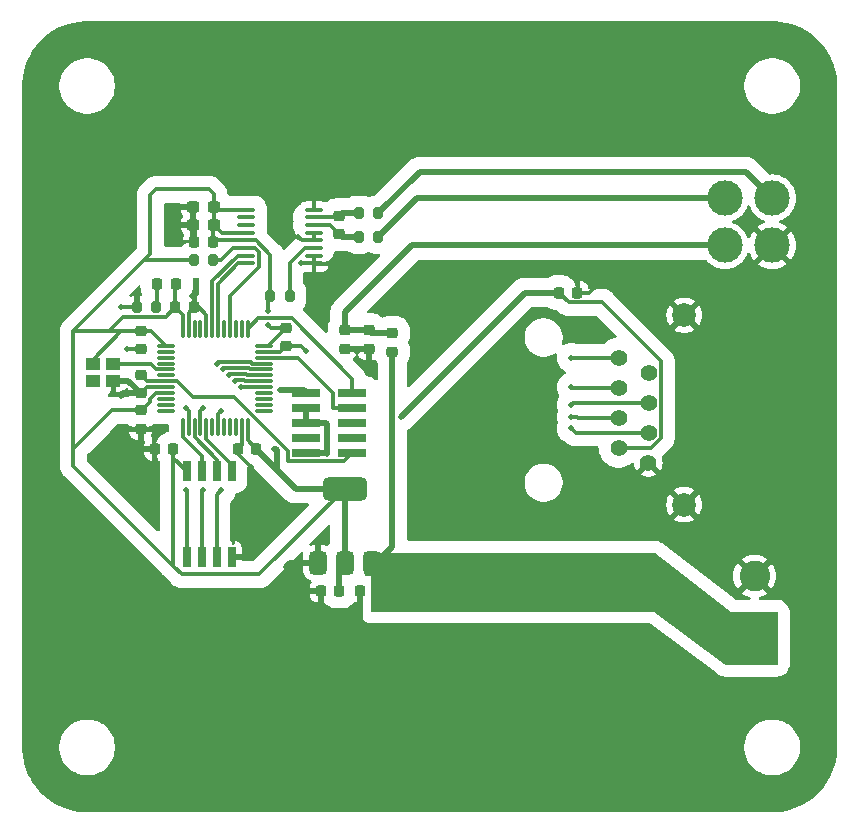
<source format=gbr>
%TF.GenerationSoftware,KiCad,Pcbnew,8.0.2-1*%
%TF.CreationDate,2025-01-08T00:27:56-08:00*%
%TF.ProjectId,rocket2-load-cell,726f636b-6574-4322-9d6c-6f61642d6365,rev?*%
%TF.SameCoordinates,Original*%
%TF.FileFunction,Copper,L1,Top*%
%TF.FilePolarity,Positive*%
%FSLAX46Y46*%
G04 Gerber Fmt 4.6, Leading zero omitted, Abs format (unit mm)*
G04 Created by KiCad (PCBNEW 8.0.2-1) date 2025-01-08 00:27:56*
%MOMM*%
%LPD*%
G01*
G04 APERTURE LIST*
G04 Aperture macros list*
%AMRoundRect*
0 Rectangle with rounded corners*
0 $1 Rounding radius*
0 $2 $3 $4 $5 $6 $7 $8 $9 X,Y pos of 4 corners*
0 Add a 4 corners polygon primitive as box body*
4,1,4,$2,$3,$4,$5,$6,$7,$8,$9,$2,$3,0*
0 Add four circle primitives for the rounded corners*
1,1,$1+$1,$2,$3*
1,1,$1+$1,$4,$5*
1,1,$1+$1,$6,$7*
1,1,$1+$1,$8,$9*
0 Add four rect primitives between the rounded corners*
20,1,$1+$1,$2,$3,$4,$5,0*
20,1,$1+$1,$4,$5,$6,$7,0*
20,1,$1+$1,$6,$7,$8,$9,0*
20,1,$1+$1,$8,$9,$2,$3,0*%
G04 Aperture macros list end*
%TA.AperFunction,SMDPad,CuDef*%
%ADD10RoundRect,0.200000X0.200000X0.275000X-0.200000X0.275000X-0.200000X-0.275000X0.200000X-0.275000X0*%
%TD*%
%TA.AperFunction,SMDPad,CuDef*%
%ADD11RoundRect,0.200000X-0.200000X-0.275000X0.200000X-0.275000X0.200000X0.275000X-0.200000X0.275000X0*%
%TD*%
%TA.AperFunction,ComponentPad*%
%ADD12C,1.400000*%
%TD*%
%TA.AperFunction,ComponentPad*%
%ADD13C,2.000000*%
%TD*%
%TA.AperFunction,SMDPad,CuDef*%
%ADD14RoundRect,0.075000X-0.075000X-0.662500X0.075000X-0.662500X0.075000X0.662500X-0.075000X0.662500X0*%
%TD*%
%TA.AperFunction,SMDPad,CuDef*%
%ADD15RoundRect,0.075000X-0.662500X-0.075000X0.662500X-0.075000X0.662500X0.075000X-0.662500X0.075000X0*%
%TD*%
%TA.AperFunction,SMDPad,CuDef*%
%ADD16RoundRect,0.237500X0.300000X0.237500X-0.300000X0.237500X-0.300000X-0.237500X0.300000X-0.237500X0*%
%TD*%
%TA.AperFunction,SMDPad,CuDef*%
%ADD17RoundRect,0.225000X-0.225000X-0.250000X0.225000X-0.250000X0.225000X0.250000X-0.225000X0.250000X0*%
%TD*%
%TA.AperFunction,SMDPad,CuDef*%
%ADD18RoundRect,0.375000X0.375000X-0.625000X0.375000X0.625000X-0.375000X0.625000X-0.375000X-0.625000X0*%
%TD*%
%TA.AperFunction,SMDPad,CuDef*%
%ADD19RoundRect,0.500000X1.400000X-0.500000X1.400000X0.500000X-1.400000X0.500000X-1.400000X-0.500000X0*%
%TD*%
%TA.AperFunction,SMDPad,CuDef*%
%ADD20RoundRect,0.100000X0.637500X0.100000X-0.637500X0.100000X-0.637500X-0.100000X0.637500X-0.100000X0*%
%TD*%
%TA.AperFunction,SMDPad,CuDef*%
%ADD21R,1.150000X1.000000*%
%TD*%
%TA.AperFunction,SMDPad,CuDef*%
%ADD22RoundRect,0.218750X-0.218750X-0.256250X0.218750X-0.256250X0.218750X0.256250X-0.218750X0.256250X0*%
%TD*%
%TA.AperFunction,ComponentPad*%
%ADD23C,2.600000*%
%TD*%
%TA.AperFunction,ComponentPad*%
%ADD24R,2.600000X2.600000*%
%TD*%
%TA.AperFunction,SMDPad,CuDef*%
%ADD25R,2.400000X0.740000*%
%TD*%
%TA.AperFunction,SMDPad,CuDef*%
%ADD26RoundRect,0.225000X0.225000X0.250000X-0.225000X0.250000X-0.225000X-0.250000X0.225000X-0.250000X0*%
%TD*%
%TA.AperFunction,SMDPad,CuDef*%
%ADD27RoundRect,0.225000X-0.250000X0.225000X-0.250000X-0.225000X0.250000X-0.225000X0.250000X0.225000X0*%
%TD*%
%TA.AperFunction,SMDPad,CuDef*%
%ADD28R,0.650000X1.700000*%
%TD*%
%TA.AperFunction,SMDPad,CuDef*%
%ADD29RoundRect,0.218750X-0.256250X0.218750X-0.256250X-0.218750X0.256250X-0.218750X0.256250X0.218750X0*%
%TD*%
%TA.AperFunction,SMDPad,CuDef*%
%ADD30RoundRect,0.225000X0.250000X-0.225000X0.250000X0.225000X-0.250000X0.225000X-0.250000X-0.225000X0*%
%TD*%
%TA.AperFunction,ComponentPad*%
%ADD31C,3.000000*%
%TD*%
%TA.AperFunction,ViaPad*%
%ADD32C,0.500000*%
%TD*%
%TA.AperFunction,Conductor*%
%ADD33C,0.500000*%
%TD*%
%TA.AperFunction,Conductor*%
%ADD34C,0.300000*%
%TD*%
G04 APERTURE END LIST*
D10*
%TO.P,R2,2*%
%TO.N,Net-(ADS1219-AIN3)*%
X149012500Y-100250000D03*
%TO.P,R2,1*%
%TO.N,AIN-*%
X150662500Y-100250000D03*
%TD*%
D11*
%TO.P,R5,2*%
%TO.N,Net-(D1-K)*%
X131847500Y-106250000D03*
%TO.P,R5,1*%
%TO.N,GND*%
X130197500Y-106250000D03*
%TD*%
D12*
%TO.P,U5,8,CP3/CTS/DCD*%
%TO.N,ETH_CTS*%
X171000000Y-110500000D03*
%TO.P,U5,7,CP2/DTR*%
%TO.N,unconnected-(U5-CP2{slash}DTR-Pad7)*%
X173540000Y-111760000D03*
%TO.P,U5,6,CP1/RTS*%
%TO.N,ETH_RTS*%
X171000000Y-113030000D03*
%TO.P,U5,5,RX*%
%TO.N,ETH_RX*%
X173540000Y-114330000D03*
%TO.P,U5,4,TX*%
%TO.N,ETH_TX*%
X171000000Y-115570000D03*
%TO.P,U5,3,~{RST}*%
%TO.N,ETH_~{RST}*%
X173540000Y-116850000D03*
%TO.P,U5,2,3.3V*%
%TO.N,+3.3V*%
X171000000Y-118110000D03*
D13*
%TO.P,U5,1,GND*%
%TO.N,GND*%
X176550000Y-106910000D03*
X176540000Y-122950000D03*
D12*
X173520000Y-119380000D03*
%TD*%
D14*
%TO.P,U2,48,VDD*%
%TO.N,+3.3V*%
X134087500Y-108087500D03*
%TO.P,U2,47,VSS*%
%TO.N,GND*%
X134587500Y-108087500D03*
%TO.P,U2,46,PB9*%
%TO.N,unconnected-(U2-PB9-Pad46)*%
X135087500Y-108087500D03*
%TO.P,U2,45,PB8*%
%TO.N,unconnected-(U2-PB8-Pad45)*%
X135587500Y-108087500D03*
%TO.P,U2,44,BOOT0*%
%TO.N,GND*%
X136087500Y-108087500D03*
%TO.P,U2,43,PB7*%
%TO.N,ADS_DATA*%
X136587500Y-108087500D03*
%TO.P,U2,42,PB6*%
%TO.N,ADS_CLK*%
X137087500Y-108087500D03*
%TO.P,U2,41,PB5*%
%TO.N,unconnected-(U2-PB5-Pad41)*%
X137587500Y-108087500D03*
%TO.P,U2,40,PB4*%
%TO.N,ADS_DRDY*%
X138087500Y-108087500D03*
%TO.P,U2,39,PB3*%
%TO.N,unconnected-(U2-PB3-Pad39)*%
X138587500Y-108087500D03*
%TO.P,U2,38,PA15*%
%TO.N,unconnected-(U2-PA15-Pad38)*%
X139087500Y-108087500D03*
%TO.P,U2,37,PA14*%
%TO.N,DEBUG_SWDIO*%
X139587500Y-108087500D03*
D15*
%TO.P,U2,36,VDD*%
%TO.N,+3.3V*%
X141000000Y-109500000D03*
%TO.P,U2,35,VSS*%
%TO.N,GND*%
X141000000Y-110000000D03*
%TO.P,U2,34,PA13*%
%TO.N,DEBUG_SWCLK*%
X141000000Y-110500000D03*
%TO.P,U2,33,PA12*%
%TO.N,ETH_CTS*%
X141000000Y-111000000D03*
%TO.P,U2,32,PA11*%
%TO.N,ETH_RTS*%
X141000000Y-111500000D03*
%TO.P,U2,31,PA10*%
%TO.N,ETH_RX*%
X141000000Y-112000000D03*
%TO.P,U2,30,PA9*%
%TO.N,ETH_TX*%
X141000000Y-112500000D03*
%TO.P,U2,29,PA8*%
%TO.N,ETH_~{RST}*%
X141000000Y-113000000D03*
%TO.P,U2,28,PB15*%
%TO.N,unconnected-(U2-PB15-Pad28)*%
X141000000Y-113500000D03*
%TO.P,U2,27,PB14*%
%TO.N,unconnected-(U2-PB14-Pad27)*%
X141000000Y-114000000D03*
%TO.P,U2,26,PB13*%
%TO.N,unconnected-(U2-PB13-Pad26)*%
X141000000Y-114500000D03*
%TO.P,U2,25,PB12*%
%TO.N,unconnected-(U2-PB12-Pad25)*%
X141000000Y-115000000D03*
D14*
%TO.P,U2,24,VDD*%
%TO.N,+3.3V*%
X139587500Y-116412500D03*
%TO.P,U2,23,VSS*%
%TO.N,GND*%
X139087500Y-116412500D03*
%TO.P,U2,22,PB11*%
%TO.N,unconnected-(U2-PB11-Pad22)*%
X138587500Y-116412500D03*
%TO.P,U2,21,PB10*%
%TO.N,unconnected-(U2-PB10-Pad21)*%
X138087500Y-116412500D03*
%TO.P,U2,20,PB2*%
%TO.N,unconnected-(U2-PB2-Pad20)*%
X137587500Y-116412500D03*
%TO.P,U2,19,PB1*%
%TO.N,MEM_WP*%
X137087500Y-116412500D03*
%TO.P,U2,18,PB0*%
%TO.N,unconnected-(U2-PB0-Pad18)*%
X136587500Y-116412500D03*
%TO.P,U2,17,PA7*%
%TO.N,MEM_MOSI*%
X136087500Y-116412500D03*
%TO.P,U2,16,PA6*%
%TO.N,MEM_MISO*%
X135587500Y-116412500D03*
%TO.P,U2,15,PA5*%
%TO.N,MEM_SCK*%
X135087500Y-116412500D03*
%TO.P,U2,14,PA4*%
%TO.N,MEM_CS*%
X134587500Y-116412500D03*
%TO.P,U2,13,PA3*%
%TO.N,MEM_HOLD*%
X134087500Y-116412500D03*
D15*
%TO.P,U2,12,PA2*%
%TO.N,unconnected-(U2-PA2-Pad12)*%
X132675000Y-115000000D03*
%TO.P,U2,11,PA1*%
%TO.N,unconnected-(U2-PA1-Pad11)*%
X132675000Y-114500000D03*
%TO.P,U2,10,PA0*%
%TO.N,unconnected-(U2-PA0-Pad10)*%
X132675000Y-114000000D03*
%TO.P,U2,9,VDDA*%
%TO.N,+3.3V*%
X132675000Y-113500000D03*
%TO.P,U2,8,VSSA*%
%TO.N,GND*%
X132675000Y-113000000D03*
%TO.P,U2,7,NRST*%
%TO.N,NRST*%
X132675000Y-112500000D03*
%TO.P,U2,6,PD1*%
%TO.N,unconnected-(U2-PD1-Pad6)*%
X132675000Y-112000000D03*
%TO.P,U2,5,PD0*%
%TO.N,HSE_IN*%
X132675000Y-111500000D03*
%TO.P,U2,4,PC15*%
%TO.N,unconnected-(U2-PC15-Pad4)*%
X132675000Y-111000000D03*
%TO.P,U2,3,PC14*%
%TO.N,unconnected-(U2-PC14-Pad3)*%
X132675000Y-110500000D03*
%TO.P,U2,2,PC13*%
%TO.N,unconnected-(U2-PC13-Pad2)*%
X132675000Y-110000000D03*
%TO.P,U2,1,VBAT*%
%TO.N,+3.3V*%
X132675000Y-109500000D03*
%TD*%
D16*
%TO.P,C19,2*%
%TO.N,GND*%
X134975000Y-97772500D03*
%TO.P,C19,1*%
%TO.N,+3.3V*%
X136700000Y-97772500D03*
%TD*%
D10*
%TO.P,R1,2*%
%TO.N,+3.3V*%
X135012500Y-102250000D03*
%TO.P,R1,1*%
%TO.N,ADS_DRDY*%
X136662500Y-102250000D03*
%TD*%
D17*
%TO.P,C4,2*%
%TO.N,GND*%
X167500000Y-105000000D03*
%TO.P,C4,1*%
%TO.N,+3.3V*%
X165950000Y-105000000D03*
%TD*%
%TO.P,C2,2*%
%TO.N,+3.3V*%
X133297500Y-118250000D03*
%TO.P,C2,1*%
%TO.N,GND*%
X131747500Y-118250000D03*
%TD*%
D10*
%TO.P,R3,2*%
%TO.N,+3.3V*%
X141512500Y-105250000D03*
%TO.P,R3,1*%
%TO.N,Net-(ADS1219-RESET)*%
X143162500Y-105250000D03*
%TD*%
D18*
%TO.P,U3,3,VI*%
%TO.N,VBUS*%
X150137500Y-127900000D03*
D19*
%TO.P,U3,2,VO*%
%TO.N,+3.3V*%
X147837500Y-121600000D03*
D18*
X147837500Y-127900000D03*
%TO.P,U3,1,GND*%
%TO.N,GND*%
X145537500Y-127900000D03*
%TD*%
D20*
%TO.P,ADS1219,16,SCL*%
%TO.N,ADS_CLK*%
X139475000Y-102525000D03*
%TO.P,ADS1219,15,SDA*%
%TO.N,ADS_DATA*%
X139475000Y-101875000D03*
%TO.P,ADS1219,14,DRDY*%
%TO.N,ADS_DRDY*%
X139475000Y-101225000D03*
%TO.P,ADS1219,13,DVDD*%
%TO.N,+3.3V*%
X139475000Y-100575000D03*
%TO.P,ADS1219,12,AVDD*%
X139475000Y-99925000D03*
%TO.P,ADS1219,11,AIN0*%
%TO.N,unconnected-(ADS1219-AIN0-Pad11)*%
X139475000Y-99275000D03*
%TO.P,ADS1219,10,AIN1*%
%TO.N,unconnected-(ADS1219-AIN1-Pad10)*%
X139475000Y-98625000D03*
%TO.P,ADS1219,9,REFP*%
%TO.N,+3.3V*%
X139475000Y-97975000D03*
%TO.P,ADS1219,8,REFN*%
%TO.N,GND*%
X145200000Y-97975000D03*
%TO.P,ADS1219,7,AIN2*%
%TO.N,Net-(ADS1219-AIN2)*%
X145200000Y-98625000D03*
%TO.P,ADS1219,6,AIN3*%
%TO.N,Net-(ADS1219-AIN3)*%
X145200000Y-99275000D03*
%TO.P,ADS1219,5,AGND*%
%TO.N,GND*%
X145200000Y-99925000D03*
%TO.P,ADS1219,4,DGND*%
X145200000Y-100575000D03*
%TO.P,ADS1219,3,RESET*%
%TO.N,Net-(ADS1219-RESET)*%
X145200000Y-101225000D03*
%TO.P,ADS1219,2,A1*%
%TO.N,GND*%
X145200000Y-101875000D03*
%TO.P,ADS1219,1,A0*%
X145200000Y-102525000D03*
%TD*%
D21*
%TO.P,Y1,4,4*%
%TO.N,+3.3V*%
X126462500Y-111050000D03*
%TO.P,Y1,3,3*%
%TO.N,HSE_IN*%
X128212500Y-111050000D03*
%TO.P,Y1,2,2*%
%TO.N,GND*%
X128212500Y-112450000D03*
%TO.P,Y1,1,1*%
%TO.N,unconnected-(Y1-Pad1)*%
X126462500Y-112450000D03*
%TD*%
D22*
%TO.P,D1,2,A*%
%TO.N,+3.3V*%
X133522500Y-104250000D03*
%TO.P,D1,1,K*%
%TO.N,Net-(D1-K)*%
X131947500Y-104250000D03*
%TD*%
D23*
%TO.P,J2,2,Pin_2*%
%TO.N,GND*%
X182500000Y-129000000D03*
D24*
%TO.P,J2,1,Pin_1*%
%TO.N,VBUS*%
X182500000Y-134080000D03*
%TD*%
D25*
%TO.P,J1,10,~{RST}*%
%TO.N,NRST*%
X148450000Y-118540000D03*
%TO.P,J1,9,GND_Detect*%
%TO.N,GND*%
X144550000Y-118540000D03*
%TO.P,J1,8,NC/TDI*%
%TO.N,unconnected-(J1-NC{slash}TDI-Pad8)*%
X148450000Y-117270000D03*
%TO.P,J1,7*%
%TO.N,unconnected-(J1-Pad7)*%
X144550000Y-117270000D03*
%TO.P,J1,6,SWO/TDO*%
%TO.N,unconnected-(J1-SWO{slash}TDO-Pad6)*%
X148450000Y-116000000D03*
%TO.P,J1,5,GND*%
%TO.N,GND*%
X144550000Y-116000000D03*
%TO.P,J1,4,SWDCLK/TCK*%
%TO.N,DEBUG_SWCLK*%
X148450000Y-114730000D03*
%TO.P,J1,3,GND*%
%TO.N,GND*%
X144550000Y-114730000D03*
%TO.P,J1,2,SWDIO/TMS*%
%TO.N,DEBUG_SWDIO*%
X148450000Y-113460000D03*
%TO.P,J1,1,VCC*%
%TO.N,+3.3V*%
X144550000Y-113460000D03*
%TD*%
D26*
%TO.P,C1,2*%
%TO.N,GND*%
X135062500Y-100750000D03*
%TO.P,C1,1*%
%TO.N,+3.3V*%
X136612500Y-100750000D03*
%TD*%
D27*
%TO.P,C13,2*%
%TO.N,GND*%
X149837500Y-109750000D03*
%TO.P,C13,1*%
%TO.N,Net-(C13-Pad1)*%
X149837500Y-108200000D03*
%TD*%
%TO.P,C14,2*%
%TO.N,GND*%
X130522500Y-109800000D03*
%TO.P,C14,1*%
%TO.N,+3.3V*%
X130522500Y-108250000D03*
%TD*%
D26*
%TO.P,C7,2*%
%TO.N,+3.3V*%
X133472500Y-106250000D03*
%TO.P,C7,1*%
%TO.N,GND*%
X135022500Y-106250000D03*
%TD*%
D28*
%TO.P,U1,8,VDD*%
%TO.N,+3.3V*%
X134432500Y-120100000D03*
%TO.P,U1,7,~{HOLD}*%
%TO.N,MEM_HOLD*%
X135702500Y-120100000D03*
%TO.P,U1,6,SCK*%
%TO.N,MEM_SCK*%
X136972500Y-120100000D03*
%TO.P,U1,5,SI*%
%TO.N,MEM_MOSI*%
X138242500Y-120100000D03*
%TO.P,U1,4,VSS*%
%TO.N,GND*%
X138242500Y-127400000D03*
%TO.P,U1,3,~{WP}*%
%TO.N,MEM_WP*%
X136972500Y-127400000D03*
%TO.P,U1,2,SO*%
%TO.N,MEM_MISO*%
X135702500Y-127400000D03*
%TO.P,U1,1,~{CE}*%
%TO.N,MEM_CS*%
X134432500Y-127400000D03*
%TD*%
D29*
%TO.P,L2,2*%
%TO.N,VBUS*%
X151837500Y-109987500D03*
%TO.P,L2,1*%
%TO.N,Net-(C13-Pad1)*%
X151837500Y-108412500D03*
%TD*%
D30*
%TO.P,C20,2*%
%TO.N,Net-(ADS1219-AIN2)*%
X147337500Y-98475000D03*
%TO.P,C20,1*%
%TO.N,Net-(ADS1219-AIN3)*%
X147337500Y-100025000D03*
%TD*%
D16*
%TO.P,C16,2*%
%TO.N,GND*%
X134975000Y-99250000D03*
%TO.P,C16,1*%
%TO.N,+3.3V*%
X136700000Y-99250000D03*
%TD*%
D30*
%TO.P,C8,2*%
%TO.N,+3.3V*%
X130522500Y-114975000D03*
%TO.P,C8,1*%
%TO.N,GND*%
X130522500Y-116525000D03*
%TD*%
D17*
%TO.P,C3,2*%
%TO.N,+3.3V*%
X140297500Y-118250000D03*
%TO.P,C3,1*%
%TO.N,GND*%
X138747500Y-118250000D03*
%TD*%
D30*
%TO.P,C6,2*%
%TO.N,+3.3V*%
X142837500Y-107975000D03*
%TO.P,C6,1*%
%TO.N,GND*%
X142837500Y-109525000D03*
%TD*%
D31*
%TO.P,GX12,4*%
%TO.N,AIN-*%
X180000000Y-97000000D03*
%TO.P,GX12,3*%
%TO.N,Net-(C13-Pad1)*%
X180000000Y-101000000D03*
%TO.P,GX12,2*%
%TO.N,GND*%
X184000000Y-101000000D03*
%TO.P,GX12,1*%
%TO.N,AIN+*%
X184000000Y-97000000D03*
%TD*%
D30*
%TO.P,C5,2*%
%TO.N,NRST*%
X130522500Y-111975000D03*
%TO.P,C5,1*%
%TO.N,GND*%
X130522500Y-113525000D03*
%TD*%
D10*
%TO.P,R4,2*%
%TO.N,Net-(ADS1219-AIN2)*%
X149012500Y-98250000D03*
%TO.P,R4,1*%
%TO.N,AIN+*%
X150662500Y-98250000D03*
%TD*%
D17*
%TO.P,C11,2*%
%TO.N,+3.3V*%
X147337500Y-130250000D03*
%TO.P,C11,1*%
%TO.N,GND*%
X145787500Y-130250000D03*
%TD*%
D27*
%TO.P,C18,2*%
%TO.N,GND*%
X147837500Y-109750000D03*
%TO.P,C18,1*%
%TO.N,Net-(C13-Pad1)*%
X147837500Y-108200000D03*
%TD*%
D17*
%TO.P,C9,2*%
%TO.N,VBUS*%
X150612500Y-130250000D03*
%TO.P,C9,1*%
%TO.N,GND*%
X149062500Y-130250000D03*
%TD*%
D32*
%TO.N,+3.3V*%
X152537500Y-115500000D03*
X142337500Y-113250000D03*
X141337500Y-106575000D03*
X141837500Y-118250000D03*
X141337500Y-107775000D03*
%TO.N,MEM_CS*%
X134337500Y-121750000D03*
X134337500Y-114750000D03*
%TO.N,MEM_WP*%
X137337500Y-115000000D03*
X137337500Y-121750000D03*
%TO.N,MEM_MISO*%
X135837500Y-114750000D03*
X135837500Y-121750000D03*
%TO.N,ETH_~{RST}*%
X167000000Y-116500000D03*
X139000000Y-113000000D03*
%TO.N,ETH_RX*%
X138000000Y-112000000D03*
X167000000Y-114500000D03*
%TO.N,ETH_TX*%
X138500000Y-112500000D03*
X167000000Y-115500000D03*
%TO.N,ETH_RTS*%
X167000000Y-113000000D03*
X137500000Y-111500000D03*
%TO.N,ETH_CTS*%
X167000000Y-110500000D03*
X137000000Y-111000000D03*
%TO.N,GND*%
X144543750Y-109956250D03*
X130337500Y-118250000D03*
X128837500Y-113750000D03*
X148837500Y-132750000D03*
X134837500Y-105250000D03*
X128837500Y-106250000D03*
X145837500Y-132750000D03*
X129337500Y-109750000D03*
X142837500Y-128250000D03*
X144061765Y-102474266D03*
X169000000Y-104500000D03*
X148837500Y-110000000D03*
X145337500Y-96750000D03*
X146337500Y-118660000D03*
X133337500Y-99250000D03*
X139837500Y-127250000D03*
X139837500Y-119750000D03*
X143837500Y-100250000D03*
%TD*%
D33*
%TO.N,+3.3V*%
X152537500Y-115500000D02*
X163037500Y-105000000D01*
X163037500Y-105000000D02*
X165950000Y-105000000D01*
%TO.N,VBUS*%
X150137500Y-127900000D02*
X150437500Y-127900000D01*
X150437500Y-127900000D02*
X151837500Y-126500000D01*
%TO.N,+3.3V*%
X144340000Y-113250000D02*
X144550000Y-113460000D01*
D34*
X141512500Y-101817894D02*
X140269606Y-100575000D01*
X131337500Y-113996880D02*
X131834380Y-113500000D01*
X139475000Y-100575000D02*
X136787500Y-100575000D01*
X166775000Y-105825000D02*
X165950000Y-105000000D01*
X133472500Y-106250000D02*
X133472500Y-104300000D01*
X130522500Y-114975000D02*
X128112500Y-114975000D01*
X132647500Y-107075000D02*
X129012500Y-107075000D01*
D33*
X147837500Y-121600000D02*
X147837500Y-127900000D01*
D34*
X130837500Y-102250000D02*
X131337500Y-101750000D01*
X133297500Y-118250000D02*
X133297500Y-128140000D01*
D33*
X141988972Y-118250000D02*
X141837500Y-118250000D01*
D34*
X139475000Y-99925000D02*
X137375000Y-99925000D01*
X128887500Y-108250000D02*
X126462500Y-110675000D01*
X141512500Y-105250000D02*
X141512500Y-101817894D01*
D33*
X142067500Y-118328528D02*
X141988972Y-118250000D01*
X142067500Y-120020000D02*
X142067500Y-118328528D01*
D34*
X129337500Y-108250000D02*
X127837500Y-108250000D01*
X139587500Y-117500000D02*
X139587500Y-116412500D01*
X133472500Y-106250000D02*
X132647500Y-107075000D01*
X169619408Y-105825000D02*
X166775000Y-105825000D01*
X124837500Y-119680000D02*
X133372500Y-128215000D01*
X174590000Y-110795592D02*
X169619408Y-105825000D01*
X130612500Y-114975000D02*
X131337500Y-114250000D01*
X171000000Y-118110000D02*
X173764925Y-118110000D01*
X140269606Y-100575000D02*
X139475000Y-100575000D01*
X173764925Y-118110000D02*
X174590000Y-117284925D01*
X133372500Y-128215000D02*
X134007500Y-128850000D01*
D33*
X143647500Y-121600000D02*
X142067500Y-120020000D01*
D34*
X127837500Y-108250000D02*
X124837500Y-108250000D01*
X136612500Y-100750000D02*
X136612500Y-99337500D01*
X124837500Y-108250000D02*
X130837500Y-102250000D01*
X141312500Y-109500000D02*
X142837500Y-107975000D01*
X174590000Y-117284925D02*
X174590000Y-110795592D01*
X129012500Y-107075000D02*
X127837500Y-108250000D01*
X124837500Y-108250000D02*
X124837500Y-118250000D01*
X131834380Y-113500000D02*
X132675000Y-113500000D01*
X126462500Y-110675000D02*
X126462500Y-111050000D01*
X141337500Y-106575000D02*
X141337500Y-105425000D01*
X124837500Y-118250000D02*
X124837500Y-119680000D01*
X131425000Y-108250000D02*
X132675000Y-109500000D01*
X131337500Y-101750000D02*
X131337500Y-96750000D01*
D33*
X142067500Y-120020000D02*
X140297500Y-118250000D01*
D34*
X133297500Y-128140000D02*
X133372500Y-128215000D01*
X136337500Y-96250000D02*
X136700000Y-96612500D01*
X133297500Y-118250000D02*
X133297500Y-118965000D01*
X134087500Y-108087500D02*
X134087500Y-106865000D01*
X140297500Y-118210000D02*
X139587500Y-117500000D01*
X130837500Y-102250000D02*
X135012500Y-102250000D01*
X136700000Y-96612500D02*
X136700000Y-97772500D01*
D33*
X142337500Y-113250000D02*
X144340000Y-113250000D01*
D34*
X130522500Y-108250000D02*
X131425000Y-108250000D01*
X128112500Y-114975000D02*
X124837500Y-118250000D01*
X133297500Y-118965000D02*
X134432500Y-120100000D01*
X134087500Y-106865000D02*
X133472500Y-106250000D01*
X134007500Y-128850000D02*
X140587500Y-128850000D01*
X140587500Y-128850000D02*
X147837500Y-121600000D01*
X129337500Y-108250000D02*
X128887500Y-108250000D01*
X137375000Y-99925000D02*
X136700000Y-99250000D01*
X131337500Y-96750000D02*
X131837500Y-96250000D01*
X136700000Y-99250000D02*
X136700000Y-97772500D01*
X131337500Y-114250000D02*
X131337500Y-113996880D01*
X141537500Y-107975000D02*
X141337500Y-107775000D01*
X131837500Y-96250000D02*
X136337500Y-96250000D01*
D33*
X147337500Y-130250000D02*
X147337500Y-128400000D01*
D34*
X130522500Y-108250000D02*
X129337500Y-108250000D01*
X139475000Y-97975000D02*
X136902500Y-97975000D01*
X142837500Y-107975000D02*
X141537500Y-107975000D01*
D33*
X147837500Y-121600000D02*
X143647500Y-121600000D01*
D34*
%TO.N,GND*%
X130522500Y-116525000D02*
X130522500Y-118065000D01*
X145200000Y-97975000D02*
X145200000Y-96887500D01*
X131047500Y-113000000D02*
X130522500Y-113525000D01*
D33*
X146250000Y-116000000D02*
X146337500Y-116087500D01*
D34*
X134587500Y-106685000D02*
X135022500Y-106250000D01*
X135472500Y-106250000D02*
X135022500Y-106250000D01*
D33*
X144550000Y-114730000D02*
X144550000Y-116000000D01*
X145537500Y-127900000D02*
X143187500Y-127900000D01*
D34*
X168500000Y-105000000D02*
X169000000Y-104500000D01*
X132675000Y-113000000D02*
X131047500Y-113000000D01*
X138747500Y-118660000D02*
X139837500Y-119750000D01*
D33*
X128212500Y-112450000D02*
X129447500Y-112450000D01*
X145787500Y-132700000D02*
X145837500Y-132750000D01*
X135062500Y-100750000D02*
X135062500Y-99337500D01*
D34*
X139087500Y-117910000D02*
X139087500Y-116412500D01*
X136087500Y-106865000D02*
X135472500Y-106250000D01*
X136087500Y-108087500D02*
X136087500Y-106865000D01*
X139687500Y-127400000D02*
X139837500Y-127250000D01*
X144162500Y-100575000D02*
X143837500Y-100250000D01*
X135022500Y-106250000D02*
X135022500Y-105435000D01*
X167500000Y-105000000D02*
X168500000Y-105000000D01*
D33*
X146217500Y-118540000D02*
X146337500Y-118660000D01*
X129062500Y-113525000D02*
X128837500Y-113750000D01*
X145787500Y-130250000D02*
X145787500Y-132700000D01*
D34*
X141000000Y-110000000D02*
X142362500Y-110000000D01*
D33*
X148837500Y-109750000D02*
X148837500Y-110000000D01*
X148837500Y-109750000D02*
X147837500Y-109750000D01*
X143187500Y-127900000D02*
X142837500Y-128250000D01*
X134975000Y-99250000D02*
X133337500Y-99250000D01*
X146337500Y-116087500D02*
X146337500Y-118660000D01*
D34*
X138747500Y-118250000D02*
X138747500Y-118660000D01*
D33*
X149062500Y-132525000D02*
X148837500Y-132750000D01*
X129447500Y-112450000D02*
X130522500Y-113525000D01*
D34*
X135022500Y-105435000D02*
X134837500Y-105250000D01*
X145200000Y-101875000D02*
X145200000Y-102525000D01*
X142362500Y-110000000D02*
X142837500Y-109525000D01*
X134587500Y-108087500D02*
X134587500Y-106685000D01*
X145200000Y-99925000D02*
X145200000Y-100575000D01*
X138747500Y-118250000D02*
X139087500Y-117910000D01*
D33*
X130522500Y-113525000D02*
X129062500Y-113525000D01*
X134975000Y-97772500D02*
X134975000Y-99250000D01*
X149837500Y-109750000D02*
X148837500Y-109750000D01*
D34*
X131747500Y-118250000D02*
X130337500Y-118250000D01*
D33*
X149062500Y-130250000D02*
X149062500Y-132525000D01*
D34*
X130522500Y-118065000D02*
X130337500Y-118250000D01*
D33*
X144550000Y-118540000D02*
X146217500Y-118540000D01*
D34*
X145200000Y-100575000D02*
X144162500Y-100575000D01*
X138242500Y-127400000D02*
X139687500Y-127400000D01*
X145200000Y-96887500D02*
X145337500Y-96750000D01*
D33*
X144550000Y-116000000D02*
X146250000Y-116000000D01*
D34*
%TO.N,NRST*%
X131047500Y-112500000D02*
X130522500Y-111975000D01*
X148450000Y-118540000D02*
X147730000Y-119260000D01*
X143000000Y-118412500D02*
X138437500Y-113850000D01*
X143000000Y-119260000D02*
X143000000Y-118412500D01*
X138437500Y-113850000D02*
X134937500Y-113850000D01*
X134937500Y-113850000D02*
X133587500Y-112500000D01*
X133587500Y-112500000D02*
X132675000Y-112500000D01*
X132675000Y-112500000D02*
X131047500Y-112500000D01*
X147730000Y-119260000D02*
X143000000Y-119260000D01*
D33*
%TO.N,Net-(C13-Pad1)*%
X150050000Y-108412500D02*
X149837500Y-108200000D01*
X149837500Y-108200000D02*
X147837500Y-108200000D01*
X153500000Y-101000000D02*
X180000000Y-101000000D01*
X147837500Y-108200000D02*
X147837500Y-106662500D01*
X151837500Y-108412500D02*
X150050000Y-108412500D01*
X147837500Y-106662500D02*
X153500000Y-101000000D01*
%TO.N,Net-(ADS1219-AIN3)*%
X147562500Y-100250000D02*
X147337500Y-100025000D01*
D34*
X145200000Y-99275000D02*
X146587500Y-99275000D01*
D33*
X149012500Y-100250000D02*
X147562500Y-100250000D01*
D34*
X146587500Y-99275000D02*
X147337500Y-100025000D01*
D33*
%TO.N,Net-(ADS1219-AIN2)*%
X149012500Y-98250000D02*
X147562500Y-98250000D01*
D34*
X145200000Y-98625000D02*
X147187500Y-98625000D01*
D33*
X147562500Y-98250000D02*
X147337500Y-98475000D01*
D34*
%TO.N,Net-(D1-K)*%
X131947500Y-104250000D02*
X131947500Y-106150000D01*
%TO.N,DEBUG_SWCLK*%
X148450000Y-114730000D02*
X146857500Y-114730000D01*
X146857500Y-114730000D02*
X146837500Y-114750000D01*
X146837500Y-113477500D02*
X143860000Y-110500000D01*
X143860000Y-110500000D02*
X141000000Y-110500000D01*
X146837500Y-114750000D02*
X146837500Y-113477500D01*
%TO.N,DEBUG_SWDIO*%
X140500000Y-107175000D02*
X139587500Y-108087500D01*
X143331908Y-107175000D02*
X140500000Y-107175000D01*
X148450000Y-113460000D02*
X148450000Y-112293092D01*
X148450000Y-112293092D02*
X143331908Y-107175000D01*
D33*
%TO.N,AIN+*%
X181750000Y-94750000D02*
X184000000Y-97000000D01*
X154162500Y-94750000D02*
X181750000Y-94750000D01*
X150662500Y-98250000D02*
X154162500Y-94750000D01*
%TO.N,AIN-*%
X153912500Y-97000000D02*
X150662500Y-100250000D01*
X180000000Y-97000000D02*
X153912500Y-97000000D01*
D34*
%TO.N,ADS_DRDY*%
X136662500Y-102250000D02*
X137337500Y-102250000D01*
X140562500Y-102814168D02*
X140562500Y-101575001D01*
X138087500Y-105289168D02*
X140562500Y-102814168D01*
X137337500Y-102250000D02*
X138362500Y-101225000D01*
X138362500Y-101225000D02*
X139475000Y-101225000D01*
X138087500Y-108087500D02*
X138087500Y-105289168D01*
X140562500Y-101575001D02*
X140212499Y-101225000D01*
X140212499Y-101225000D02*
X139475000Y-101225000D01*
%TO.N,MEM_SCK*%
X136972500Y-120100000D02*
X136972500Y-119138120D01*
X136972500Y-119138120D02*
X135087500Y-117253120D01*
X135087500Y-117253120D02*
X135087500Y-116412500D01*
%TO.N,MEM_HOLD*%
X134087500Y-117253120D02*
X134087500Y-116412500D01*
X135702500Y-118868120D02*
X134087500Y-117253120D01*
X135702500Y-120100000D02*
X135702500Y-118868120D01*
%TO.N,MEM_CS*%
X134432500Y-127400000D02*
X134432500Y-121845000D01*
X134337500Y-114750000D02*
X134587500Y-115000000D01*
X134587500Y-115000000D02*
X134587500Y-116412500D01*
X134432500Y-121845000D02*
X134337500Y-121750000D01*
%TO.N,MEM_MOSI*%
X136087500Y-117420000D02*
X136087500Y-116412500D01*
X138242500Y-119575000D02*
X136087500Y-117420000D01*
%TO.N,MEM_WP*%
X136972500Y-127400000D02*
X136972500Y-122115000D01*
X137087500Y-115250000D02*
X137087500Y-116412500D01*
X137337500Y-115000000D02*
X137087500Y-115250000D01*
X136972500Y-122115000D02*
X137337500Y-121750000D01*
%TO.N,MEM_MISO*%
X135702500Y-121885000D02*
X135837500Y-121750000D01*
X135587500Y-115000000D02*
X135587500Y-116412500D01*
X135837500Y-114750000D02*
X135587500Y-115000000D01*
X135702500Y-127400000D02*
X135702500Y-121885000D01*
%TO.N,HSE_IN*%
X128212500Y-111050000D02*
X131384380Y-111050000D01*
X131384380Y-111050000D02*
X131834380Y-111500000D01*
X131834380Y-111500000D02*
X132675000Y-111500000D01*
%TO.N,ADS_DATA*%
X136587500Y-104025001D02*
X136587500Y-108087500D01*
X139475000Y-101875000D02*
X138737501Y-101875000D01*
X138737501Y-101875000D02*
X136587500Y-104025001D01*
%TO.N,ADS_CLK*%
X139475000Y-102525000D02*
X138794607Y-102525000D01*
X138794607Y-102525000D02*
X137087500Y-104232107D01*
X137087500Y-104232107D02*
X137087500Y-108087500D01*
%TO.N,Net-(ADS1219-RESET)*%
X144462501Y-101225000D02*
X145200000Y-101225000D01*
X143162500Y-105250000D02*
X143162500Y-102525001D01*
X143162500Y-102525001D02*
X144462501Y-101225000D01*
%TO.N,ETH_~{RST}*%
X167350000Y-116850000D02*
X167000000Y-116500000D01*
X141000000Y-113000000D02*
X139000000Y-113000000D01*
X173540000Y-116850000D02*
X167350000Y-116850000D01*
%TO.N,ETH_RX*%
X167170000Y-114330000D02*
X173540000Y-114330000D01*
X141000000Y-112000000D02*
X139555636Y-112000000D01*
X139455636Y-111900000D02*
X138100000Y-111900000D01*
X138100000Y-111900000D02*
X138000000Y-112000000D01*
X167000000Y-114500000D02*
X167170000Y-114330000D01*
X139555636Y-112000000D02*
X139455636Y-111900000D01*
%TO.N,ETH_TX*%
X167500000Y-115500000D02*
X167570000Y-115570000D01*
X167570000Y-115570000D02*
X171000000Y-115570000D01*
X138600000Y-112400000D02*
X138500000Y-112500000D01*
X139348529Y-112500000D02*
X139248529Y-112400000D01*
X167000000Y-115500000D02*
X167500000Y-115500000D01*
X139248529Y-112400000D02*
X138600000Y-112400000D01*
X141000000Y-112500000D02*
X139348529Y-112500000D01*
%TO.N,ETH_RTS*%
X139762743Y-111500000D02*
X139662743Y-111400000D01*
X167030000Y-113030000D02*
X171000000Y-113030000D01*
X137600000Y-111400000D02*
X137500000Y-111500000D01*
X139662743Y-111400000D02*
X137600000Y-111400000D01*
X167000000Y-113000000D02*
X167030000Y-113030000D01*
X141000000Y-111500000D02*
X139762743Y-111500000D01*
%TO.N,ETH_CTS*%
X137100000Y-110900000D02*
X137000000Y-111000000D01*
X139969850Y-111000000D02*
X139869850Y-110900000D01*
X139869850Y-110900000D02*
X137100000Y-110900000D01*
X141000000Y-111000000D02*
X139969850Y-111000000D01*
X167000000Y-110500000D02*
X171000000Y-110500000D01*
%TO.N,GND*%
X144112500Y-109525000D02*
X142837500Y-109525000D01*
X145200000Y-102525000D02*
X144112499Y-102525000D01*
X144543750Y-109956250D02*
X144112500Y-109525000D01*
X144112499Y-102525000D02*
X144061765Y-102474266D01*
X130522500Y-109800000D02*
X129387500Y-109800000D01*
X129387500Y-109800000D02*
X129337500Y-109750000D01*
X130197500Y-106250000D02*
X128837500Y-106250000D01*
D33*
%TO.N,VBUS*%
X151837500Y-109987500D02*
X151837500Y-126500000D01*
D34*
%TO.N,+3.3V*%
X136902500Y-97975000D02*
X136700000Y-97772500D01*
D33*
X147337500Y-128400000D02*
X147837500Y-127900000D01*
D34*
X141337500Y-105425000D02*
X141512500Y-105250000D01*
X130522500Y-114975000D02*
X130612500Y-114975000D01*
%TO.N,Net-(ADS1219-AIN2)*%
X147187500Y-98625000D02*
X147337500Y-98475000D01*
%TO.N,Net-(D1-K)*%
X131947500Y-106150000D02*
X131847500Y-106250000D01*
%TO.N,MEM_MOSI*%
X138242500Y-120100000D02*
X138242500Y-119575000D01*
D33*
%TO.N,GND*%
X135062500Y-99337500D02*
X134975000Y-99250000D01*
D34*
%TO.N,+3.3V*%
X140297500Y-118250000D02*
X140297500Y-118210000D01*
X141000000Y-109500000D02*
X141312500Y-109500000D01*
X136612500Y-99337500D02*
X136700000Y-99250000D01*
X133472500Y-104300000D02*
X133522500Y-104250000D01*
X136787500Y-100575000D02*
X136612500Y-100750000D01*
%TD*%
%TA.AperFunction,Conductor*%
%TO.N,GND*%
G36*
X139722297Y-119675563D02*
G01*
X139880006Y-119715302D01*
X139880008Y-119715302D01*
X139880015Y-119715304D01*
X139958491Y-119721480D01*
X140023777Y-119746362D01*
X140036442Y-119757416D01*
X141113672Y-120834646D01*
X142693671Y-122414645D01*
X142693672Y-122414646D01*
X142832854Y-122553828D01*
X142992095Y-122669524D01*
X143104047Y-122726566D01*
X143167479Y-122758886D01*
X143245811Y-122784337D01*
X143293846Y-122799944D01*
X143293847Y-122799945D01*
X143293848Y-122799945D01*
X143354673Y-122819709D01*
X143427576Y-122831255D01*
X143549078Y-122850500D01*
X143549083Y-122850500D01*
X144660585Y-122850500D01*
X144727624Y-122870185D01*
X144773379Y-122922989D01*
X144783323Y-122992147D01*
X144754298Y-123055703D01*
X144748266Y-123062181D01*
X140147266Y-127663181D01*
X140085943Y-127696666D01*
X140059585Y-127699500D01*
X139168362Y-127699500D01*
X139101323Y-127679815D01*
X139080681Y-127663181D01*
X139067500Y-127650000D01*
X138422000Y-127650000D01*
X138354961Y-127630315D01*
X138309206Y-127577511D01*
X138298000Y-127526000D01*
X138298000Y-127436778D01*
X138297999Y-127254858D01*
X138317683Y-127187822D01*
X138370487Y-127142067D01*
X138439646Y-127132123D01*
X138478791Y-127150000D01*
X139067500Y-127150000D01*
X139067500Y-126502172D01*
X139067499Y-126502155D01*
X139061098Y-126442627D01*
X139061096Y-126442620D01*
X139010854Y-126307913D01*
X139010850Y-126307906D01*
X138924690Y-126192812D01*
X138924687Y-126192809D01*
X138809593Y-126106649D01*
X138809586Y-126106645D01*
X138674879Y-126056403D01*
X138674872Y-126056401D01*
X138615344Y-126050000D01*
X138492500Y-126050000D01*
X138492500Y-126205310D01*
X138472815Y-126272349D01*
X138420011Y-126318104D01*
X138350853Y-126328048D01*
X138287297Y-126299023D01*
X138249523Y-126240245D01*
X138249284Y-126239422D01*
X138246224Y-126228729D01*
X138231409Y-126176951D01*
X138167662Y-126054914D01*
X138137091Y-125996388D01*
X138123000Y-125938977D01*
X138123000Y-122784337D01*
X138142685Y-122717298D01*
X138159319Y-122696656D01*
X138198513Y-122657462D01*
X138299098Y-122556877D01*
X138424602Y-122377639D01*
X138517075Y-122179330D01*
X138554801Y-122038532D01*
X138591164Y-121978875D01*
X138654011Y-121948345D01*
X138663583Y-121947116D01*
X138744918Y-121939886D01*
X138940549Y-121883909D01*
X139120907Y-121789698D01*
X139278609Y-121661109D01*
X139407198Y-121503407D01*
X139501409Y-121323049D01*
X139557386Y-121127418D01*
X139568000Y-121008037D01*
X139567999Y-119795803D01*
X139587684Y-119728765D01*
X139640487Y-119683010D01*
X139709646Y-119673066D01*
X139722297Y-119675563D01*
G37*
%TD.AperFunction*%
%TA.AperFunction,Conductor*%
G36*
X131683534Y-116104090D02*
G01*
X131683535Y-116104091D01*
X131884237Y-116147751D01*
X131930382Y-116150500D01*
X132813000Y-116150500D01*
X132880039Y-116170185D01*
X132925794Y-116222989D01*
X132937000Y-116274500D01*
X132937000Y-116673706D01*
X132917315Y-116740745D01*
X132864511Y-116786500D01*
X132843298Y-116793947D01*
X132666111Y-116838594D01*
X132666108Y-116838595D01*
X132465256Y-116929826D01*
X132283931Y-117055449D01*
X132127951Y-117211429D01*
X132120895Y-117221615D01*
X132066536Y-117265512D01*
X132018966Y-117275000D01*
X131997500Y-117275000D01*
X131997500Y-117376539D01*
X131986399Y-117427820D01*
X131911096Y-117593604D01*
X131857196Y-117807515D01*
X131847000Y-117937061D01*
X131847000Y-118562924D01*
X131847001Y-118562939D01*
X131850912Y-118612630D01*
X131857196Y-118692485D01*
X131875162Y-118763787D01*
X131911096Y-118906395D01*
X131965015Y-119025101D01*
X131985687Y-119070612D01*
X131986399Y-119072178D01*
X131997500Y-119123459D01*
X131997500Y-119224999D01*
X132018965Y-119224999D01*
X132086004Y-119244684D01*
X132120892Y-119278381D01*
X132124927Y-119284205D01*
X132146925Y-119350522D01*
X132147000Y-119354823D01*
X132147000Y-125063085D01*
X132127315Y-125130124D01*
X132074511Y-125175879D01*
X132005353Y-125185823D01*
X131941797Y-125156798D01*
X131935319Y-125150766D01*
X126024319Y-119239766D01*
X125990834Y-119178443D01*
X125988000Y-119152085D01*
X125988000Y-118777915D01*
X126007685Y-118710876D01*
X126024319Y-118690234D01*
X126166231Y-118548322D01*
X130797501Y-118548322D01*
X130807644Y-118647607D01*
X130860952Y-118808481D01*
X130860957Y-118808492D01*
X130949924Y-118952728D01*
X130949927Y-118952732D01*
X131069767Y-119072572D01*
X131069771Y-119072575D01*
X131214007Y-119161542D01*
X131214018Y-119161547D01*
X131374893Y-119214855D01*
X131474183Y-119224999D01*
X131497500Y-119224998D01*
X131497500Y-118500000D01*
X130797501Y-118500000D01*
X130797501Y-118548322D01*
X126166231Y-118548322D01*
X127916231Y-116798322D01*
X129547501Y-116798322D01*
X129557644Y-116897607D01*
X129610952Y-117058481D01*
X129610957Y-117058492D01*
X129699924Y-117202728D01*
X129699927Y-117202732D01*
X129819767Y-117322572D01*
X129819771Y-117322575D01*
X129964007Y-117411542D01*
X129964018Y-117411547D01*
X130124893Y-117464855D01*
X130224183Y-117474999D01*
X130772500Y-117474999D01*
X130772571Y-117475070D01*
X130839367Y-117494684D01*
X130885122Y-117547488D01*
X130895066Y-117616646D01*
X130877866Y-117664097D01*
X130860955Y-117691512D01*
X130860952Y-117691518D01*
X130807644Y-117852393D01*
X130797500Y-117951677D01*
X130797500Y-118000000D01*
X131497500Y-118000000D01*
X131497500Y-117274999D01*
X131487034Y-117264534D01*
X131455638Y-117255317D01*
X131409881Y-117202515D01*
X131399934Y-117133357D01*
X131417136Y-117085900D01*
X131434043Y-117058490D01*
X131434047Y-117058481D01*
X131487355Y-116897606D01*
X131497499Y-116798322D01*
X131497500Y-116798309D01*
X131497500Y-116775000D01*
X130772500Y-116775000D01*
X130772500Y-117474999D01*
X130224183Y-117474999D01*
X130272499Y-117474998D01*
X130272500Y-117474998D01*
X130272500Y-116775000D01*
X129547501Y-116775000D01*
X129547501Y-116798322D01*
X127916231Y-116798322D01*
X128552734Y-116161819D01*
X128614057Y-116128334D01*
X128640415Y-116125500D01*
X129417678Y-116125500D01*
X129484717Y-116145185D01*
X129488281Y-116147563D01*
X129494111Y-116151602D01*
X129538010Y-116205957D01*
X129547500Y-116253533D01*
X129547500Y-116275000D01*
X129649040Y-116275000D01*
X129700321Y-116286101D01*
X129866104Y-116361403D01*
X129866105Y-116361403D01*
X129866107Y-116361404D01*
X130080015Y-116415304D01*
X130209567Y-116425500D01*
X130835432Y-116425499D01*
X130964985Y-116415304D01*
X131178893Y-116361404D01*
X131298948Y-116306873D01*
X131344679Y-116286101D01*
X131395960Y-116275000D01*
X131497499Y-116275000D01*
X131497499Y-116253534D01*
X131517184Y-116186495D01*
X131550881Y-116151607D01*
X131561067Y-116144551D01*
X131568294Y-116137322D01*
X131629613Y-116103833D01*
X131682340Y-116103831D01*
X131683534Y-116104090D01*
G37*
%TD.AperFunction*%
%TA.AperFunction,Conductor*%
G36*
X144743039Y-114850184D02*
G01*
X144788794Y-114902988D01*
X144800000Y-114954499D01*
X144800000Y-115775500D01*
X144780315Y-115842539D01*
X144727511Y-115888294D01*
X144676000Y-115899500D01*
X144424000Y-115899500D01*
X144356961Y-115879815D01*
X144311206Y-115827011D01*
X144300000Y-115775500D01*
X144300000Y-114954499D01*
X144319685Y-114887460D01*
X144372489Y-114841705D01*
X144423997Y-114830499D01*
X144676001Y-114830499D01*
X144743039Y-114850184D01*
G37*
%TD.AperFunction*%
%TA.AperFunction,Conductor*%
G36*
X128405539Y-112570184D02*
G01*
X128451294Y-112622988D01*
X128462500Y-112674499D01*
X128462500Y-113450000D01*
X128835328Y-113450000D01*
X128835344Y-113449999D01*
X128894872Y-113443598D01*
X128894879Y-113443596D01*
X129029586Y-113393354D01*
X129029593Y-113393350D01*
X129144687Y-113307190D01*
X129144690Y-113307187D01*
X129230850Y-113192093D01*
X129230853Y-113192088D01*
X129245088Y-113153921D01*
X129286958Y-113097986D01*
X129352422Y-113073568D01*
X129420696Y-113088419D01*
X129448952Y-113109571D01*
X129483922Y-113144541D01*
X129483929Y-113144547D01*
X129483933Y-113144551D01*
X129494116Y-113151606D01*
X129538012Y-113205961D01*
X129547500Y-113253533D01*
X129547500Y-113275000D01*
X129649040Y-113275000D01*
X129700321Y-113286101D01*
X129867641Y-113362101D01*
X129920538Y-113407748D01*
X129940360Y-113474747D01*
X129920812Y-113541826D01*
X129868102Y-113587689D01*
X129867641Y-113587899D01*
X129665259Y-113679824D01*
X129563968Y-113750000D01*
X129500888Y-113793703D01*
X129488294Y-113802428D01*
X129421977Y-113824425D01*
X129417677Y-113824500D01*
X128208181Y-113824500D01*
X128208157Y-113824499D01*
X128203046Y-113824499D01*
X128021953Y-113824499D01*
X127995188Y-113828738D01*
X127875759Y-113847654D01*
X127806465Y-113838699D01*
X127753013Y-113793703D01*
X127732374Y-113726952D01*
X127751099Y-113659638D01*
X127760250Y-113646831D01*
X127877198Y-113503407D01*
X127877198Y-113503406D01*
X127881172Y-113498533D01*
X127882708Y-113499785D01*
X127928964Y-113460624D01*
X127958023Y-113454476D01*
X127962500Y-113450000D01*
X127962500Y-113369202D01*
X127970186Y-113329241D01*
X127969679Y-113329096D01*
X127971313Y-113323383D01*
X127971349Y-113323199D01*
X127971410Y-113323046D01*
X127981981Y-113286101D01*
X128027386Y-113127418D01*
X128038000Y-113008037D01*
X128037999Y-112674498D01*
X128057683Y-112607460D01*
X128110487Y-112561705D01*
X128161999Y-112550499D01*
X128338500Y-112550499D01*
X128405539Y-112570184D01*
G37*
%TD.AperFunction*%
%TA.AperFunction,Conductor*%
G36*
X149015321Y-109511101D02*
G01*
X149181104Y-109586403D01*
X149181105Y-109586403D01*
X149181107Y-109586404D01*
X149395015Y-109640304D01*
X149524567Y-109650500D01*
X149862899Y-109650499D01*
X149882296Y-109652025D01*
X149951583Y-109663000D01*
X149963500Y-109663000D01*
X150030539Y-109682685D01*
X150076294Y-109735489D01*
X150087500Y-109787000D01*
X150087500Y-110699999D01*
X150135808Y-110699999D01*
X150135822Y-110699998D01*
X150235105Y-110689856D01*
X150326320Y-110659630D01*
X150396149Y-110657228D01*
X150456191Y-110692959D01*
X150478224Y-110726054D01*
X150516535Y-110810399D01*
X150564927Y-110880246D01*
X150586925Y-110946562D01*
X150587000Y-110950863D01*
X150587000Y-112307629D01*
X150567315Y-112374668D01*
X150514511Y-112420423D01*
X150445353Y-112430367D01*
X150381797Y-112401342D01*
X150366899Y-112385991D01*
X150361110Y-112378891D01*
X150203409Y-112250304D01*
X150203410Y-112250304D01*
X150203407Y-112250302D01*
X150023049Y-112156091D01*
X150023048Y-112156090D01*
X150023045Y-112156089D01*
X149905829Y-112122550D01*
X149827418Y-112100114D01*
X149827415Y-112100113D01*
X149827413Y-112100113D01*
X149754631Y-112093642D01*
X149708037Y-112089500D01*
X149708033Y-112089500D01*
X149683648Y-112089500D01*
X149616609Y-112069815D01*
X149570854Y-112017011D01*
X149565717Y-112003818D01*
X149516212Y-111851455D01*
X149516211Y-111851452D01*
X149465019Y-111750984D01*
X149433996Y-111690098D01*
X149410035Y-111657118D01*
X149327553Y-111543591D01*
X149199501Y-111415539D01*
X149199500Y-111415538D01*
X149196389Y-111412427D01*
X149196374Y-111412413D01*
X148522042Y-110738081D01*
X148488557Y-110676758D01*
X148493541Y-110607066D01*
X148534646Y-110552156D01*
X148534565Y-110552054D01*
X148534953Y-110551746D01*
X148535413Y-110551133D01*
X148537683Y-110549588D01*
X148540232Y-110547572D01*
X148660072Y-110427732D01*
X148660075Y-110427728D01*
X148731962Y-110311183D01*
X148783910Y-110264458D01*
X148852872Y-110253237D01*
X148916954Y-110281080D01*
X148943038Y-110311183D01*
X149014924Y-110427728D01*
X149014927Y-110427732D01*
X149134767Y-110547572D01*
X149134771Y-110547575D01*
X149279007Y-110636542D01*
X149279018Y-110636547D01*
X149439893Y-110689855D01*
X149539183Y-110699999D01*
X149587499Y-110699998D01*
X149587500Y-110699998D01*
X149587500Y-110000000D01*
X147835323Y-110000000D01*
X147768284Y-109980315D01*
X147747642Y-109963681D01*
X147646141Y-109862180D01*
X147612656Y-109800857D01*
X147617640Y-109731165D01*
X147659512Y-109675232D01*
X147724976Y-109650815D01*
X147733803Y-109650499D01*
X148150432Y-109650499D01*
X148279985Y-109640304D01*
X148493893Y-109586404D01*
X148659679Y-109511101D01*
X148710960Y-109500000D01*
X148964040Y-109500000D01*
X149015321Y-109511101D01*
G37*
%TD.AperFunction*%
%TA.AperFunction,Conductor*%
G36*
X147315875Y-101477026D02*
G01*
X147464083Y-101500500D01*
X148073890Y-101500500D01*
X148140929Y-101520185D01*
X148143966Y-101522200D01*
X148184417Y-101549909D01*
X148225829Y-101578277D01*
X148429357Y-101668143D01*
X148429362Y-101668144D01*
X148429364Y-101668145D01*
X148645922Y-101719079D01*
X148645927Y-101719079D01*
X148645933Y-101719081D01*
X148697308Y-101722647D01*
X148738404Y-101725500D01*
X148738408Y-101725500D01*
X149286596Y-101725500D01*
X149323582Y-101722932D01*
X149379067Y-101719081D01*
X149379073Y-101719079D01*
X149379077Y-101719079D01*
X149595635Y-101668145D01*
X149595635Y-101668144D01*
X149595643Y-101668143D01*
X149787414Y-101583467D01*
X149856692Y-101574397D01*
X149887584Y-101583467D01*
X150079357Y-101668143D01*
X150079362Y-101668144D01*
X150079364Y-101668145D01*
X150295922Y-101719079D01*
X150295927Y-101719079D01*
X150295933Y-101719081D01*
X150347308Y-101722647D01*
X150388404Y-101725500D01*
X150706663Y-101725500D01*
X150773702Y-101745185D01*
X150819457Y-101797989D01*
X150829401Y-101867147D01*
X150800376Y-101930703D01*
X150794344Y-101937181D01*
X146883674Y-105847851D01*
X146883672Y-105847854D01*
X146880652Y-105852011D01*
X146767976Y-106007094D01*
X146678617Y-106182469D01*
X146665101Y-106224069D01*
X146652775Y-106262006D01*
X146651269Y-106266640D01*
X146617790Y-106369673D01*
X146587000Y-106564077D01*
X146587000Y-107228432D01*
X146567315Y-107295471D01*
X146564928Y-107299049D01*
X146517324Y-107367759D01*
X146426096Y-107568604D01*
X146372196Y-107782515D01*
X146362000Y-107912061D01*
X146362000Y-108278677D01*
X146342315Y-108345716D01*
X146289511Y-108391471D01*
X146220353Y-108401415D01*
X146156797Y-108372390D01*
X146150319Y-108366358D01*
X144272293Y-106488332D01*
X144238808Y-106427009D01*
X144243792Y-106357317D01*
X144272295Y-106312968D01*
X144290038Y-106295225D01*
X144290038Y-106295224D01*
X144290042Y-106295221D01*
X144415777Y-106111671D01*
X144505643Y-105908143D01*
X144519823Y-105847852D01*
X144556579Y-105691577D01*
X144556579Y-105691573D01*
X144556581Y-105691567D01*
X144563000Y-105599092D01*
X144563000Y-104900908D01*
X144556581Y-104808433D01*
X144556579Y-104808427D01*
X144556579Y-104808422D01*
X144505645Y-104591864D01*
X144505644Y-104591861D01*
X144505643Y-104591857D01*
X144415777Y-104388329D01*
X144334700Y-104269971D01*
X144313054Y-104203539D01*
X144313000Y-104199894D01*
X144313000Y-103338724D01*
X144332685Y-103271685D01*
X144385489Y-103225930D01*
X144453186Y-103215785D01*
X144523176Y-103224999D01*
X144999999Y-103224999D01*
X145400000Y-103224999D01*
X145876824Y-103224999D01*
X145994128Y-103209557D01*
X145994133Y-103209555D01*
X146140085Y-103149100D01*
X146265424Y-103052924D01*
X146361600Y-102927586D01*
X146422055Y-102781631D01*
X146429512Y-102725000D01*
X145400000Y-102725000D01*
X145400000Y-103224999D01*
X144999999Y-103224999D01*
X145000000Y-103224998D01*
X145000000Y-102549500D01*
X145019685Y-102482461D01*
X145072489Y-102436706D01*
X145124000Y-102425500D01*
X145921527Y-102425500D01*
X145921538Y-102425500D01*
X145968745Y-102422688D01*
X146174112Y-102378013D01*
X146274528Y-102335011D01*
X146323341Y-102325000D01*
X146429510Y-102325000D01*
X146433008Y-102321010D01*
X146441593Y-102265965D01*
X146484264Y-102216124D01*
X146541358Y-102177482D01*
X146541359Y-102177480D01*
X146541365Y-102177477D01*
X146689977Y-102028865D01*
X146807779Y-101854813D01*
X146890513Y-101661612D01*
X146909758Y-101573139D01*
X146943242Y-101511819D01*
X147004564Y-101478333D01*
X147030914Y-101475499D01*
X147296477Y-101475499D01*
X147315875Y-101477026D01*
G37*
%TD.AperFunction*%
%TA.AperFunction,Conductor*%
G36*
X135384941Y-103738404D02*
G01*
X135434243Y-103787913D01*
X135448952Y-103856216D01*
X135447761Y-103866507D01*
X135436999Y-103934455D01*
X135436999Y-103934460D01*
X135436999Y-104120657D01*
X135437000Y-104120682D01*
X135437000Y-105152110D01*
X135417315Y-105219149D01*
X135364511Y-105264904D01*
X135300397Y-105275468D01*
X135295822Y-105275000D01*
X135272500Y-105275000D01*
X135272500Y-106157030D01*
X135252815Y-106224069D01*
X135200011Y-106269824D01*
X135130853Y-106279768D01*
X135067297Y-106250743D01*
X135048182Y-106229915D01*
X134965058Y-106115505D01*
X134965054Y-106115500D01*
X134959318Y-106109764D01*
X134925833Y-106048441D01*
X134922999Y-106022083D01*
X134922999Y-105937075D01*
X134922998Y-105937060D01*
X134922010Y-105924500D01*
X134912804Y-105807515D01*
X134858904Y-105593607D01*
X134858109Y-105591857D01*
X134783601Y-105427820D01*
X134772500Y-105376539D01*
X134772500Y-105253715D01*
X134764620Y-105239286D01*
X134769601Y-105169594D01*
X134783854Y-105142311D01*
X134805968Y-105110392D01*
X134896731Y-104910570D01*
X134950356Y-104697754D01*
X134960500Y-104568865D01*
X134960499Y-103931136D01*
X134954840Y-103859227D01*
X134969205Y-103790851D01*
X135018256Y-103741095D01*
X135078458Y-103725500D01*
X135286593Y-103725500D01*
X135295244Y-103724899D01*
X135316699Y-103723410D01*
X135384941Y-103738404D01*
G37*
%TD.AperFunction*%
%TA.AperFunction,Conductor*%
G36*
X130428834Y-104388231D02*
G01*
X130484767Y-104430103D01*
X130509184Y-104495567D01*
X130509500Y-104504411D01*
X130509500Y-104568855D01*
X130509501Y-104568871D01*
X130513331Y-104617539D01*
X130519644Y-104697754D01*
X130537519Y-104768692D01*
X130573269Y-104910572D01*
X130663324Y-105108835D01*
X130673127Y-105178014D01*
X130643972Y-105241510D01*
X130585117Y-105279164D01*
X130531184Y-105281517D01*
X130531140Y-105282003D01*
X130527541Y-105281675D01*
X130526234Y-105281733D01*
X130524606Y-105281409D01*
X130454072Y-105275000D01*
X130447500Y-105275000D01*
X130447500Y-105800500D01*
X130427815Y-105867539D01*
X130375011Y-105913294D01*
X130323500Y-105924500D01*
X130071500Y-105924500D01*
X130004461Y-105904815D01*
X129958706Y-105852011D01*
X129947500Y-105800500D01*
X129947500Y-105275000D01*
X129947499Y-105274999D01*
X129940936Y-105275000D01*
X129940917Y-105275001D01*
X129870397Y-105281408D01*
X129870389Y-105281409D01*
X129715519Y-105329669D01*
X129645659Y-105330821D01*
X129586267Y-105294020D01*
X129556199Y-105230951D01*
X129565001Y-105161638D01*
X129590945Y-105123606D01*
X130297821Y-104416730D01*
X130359142Y-104383247D01*
X130428834Y-104388231D01*
G37*
%TD.AperFunction*%
%TA.AperFunction,Conductor*%
G36*
X133880539Y-97420185D02*
G01*
X133926294Y-97472989D01*
X133936943Y-97521943D01*
X133937500Y-97522500D01*
X135038000Y-97522500D01*
X135105039Y-97542185D01*
X135150794Y-97594989D01*
X135162000Y-97646500D01*
X135162000Y-98073589D01*
X135172299Y-98204451D01*
X135172300Y-98204454D01*
X135221241Y-98398678D01*
X135225000Y-98428977D01*
X135225000Y-98593522D01*
X135221241Y-98623821D01*
X135172300Y-98818045D01*
X135172299Y-98818048D01*
X135162000Y-98948910D01*
X135162000Y-99551089D01*
X135172299Y-99681951D01*
X135172300Y-99681957D01*
X135226747Y-99898033D01*
X135226748Y-99898036D01*
X135247545Y-99943822D01*
X135257348Y-100013000D01*
X135247546Y-100046382D01*
X135226096Y-100093607D01*
X135172196Y-100307515D01*
X135162000Y-100437061D01*
X135162000Y-100437074D01*
X135162001Y-100650499D01*
X135142317Y-100717539D01*
X135089513Y-100763294D01*
X135038001Y-100774500D01*
X134738404Y-100774500D01*
X134645938Y-100780918D01*
X134645922Y-100780920D01*
X134429364Y-100831854D01*
X134429348Y-100831860D01*
X134225831Y-100921721D01*
X134042279Y-101047457D01*
X134042273Y-101047462D01*
X134026555Y-101063181D01*
X133965232Y-101096666D01*
X133938874Y-101099500D01*
X132612000Y-101099500D01*
X132544961Y-101079815D01*
X132499206Y-101027011D01*
X132488000Y-100975500D01*
X132488000Y-99536654D01*
X133937501Y-99536654D01*
X133947819Y-99637652D01*
X134002046Y-99801300D01*
X134002051Y-99801311D01*
X134092552Y-99948034D01*
X134092555Y-99948038D01*
X134167693Y-100023176D01*
X134201178Y-100084499D01*
X134196194Y-100154191D01*
X134185553Y-100175949D01*
X134175959Y-100191504D01*
X134175952Y-100191518D01*
X134122644Y-100352393D01*
X134112500Y-100451677D01*
X134112500Y-100500000D01*
X134812500Y-100500000D01*
X134812500Y-100268000D01*
X134797326Y-100252826D01*
X134781961Y-100248315D01*
X134736206Y-100195511D01*
X134725000Y-100144000D01*
X134725000Y-99500000D01*
X133937501Y-99500000D01*
X133937501Y-99536654D01*
X132488000Y-99536654D01*
X132488000Y-98963345D01*
X133937500Y-98963345D01*
X133937500Y-99000000D01*
X134725000Y-99000000D01*
X134725000Y-98022500D01*
X133937501Y-98022500D01*
X133937501Y-98059154D01*
X133947819Y-98160152D01*
X134002046Y-98323800D01*
X134002048Y-98323805D01*
X134077514Y-98446153D01*
X134095954Y-98513545D01*
X134077514Y-98576347D01*
X134002048Y-98698694D01*
X134002046Y-98698699D01*
X133947819Y-98862347D01*
X133937500Y-98963345D01*
X132488000Y-98963345D01*
X132488000Y-97524500D01*
X132507685Y-97457461D01*
X132560489Y-97411706D01*
X132612000Y-97400500D01*
X133813500Y-97400500D01*
X133880539Y-97420185D01*
G37*
%TD.AperFunction*%
%TA.AperFunction,Conductor*%
G36*
X182059427Y-97608267D02*
G01*
X182108832Y-97657672D01*
X182116182Y-97673766D01*
X182175633Y-97833162D01*
X182175635Y-97833166D01*
X182312770Y-98084309D01*
X182312775Y-98084317D01*
X182484254Y-98313387D01*
X182484270Y-98313405D01*
X182686594Y-98515729D01*
X182686612Y-98515745D01*
X182915682Y-98687224D01*
X182915690Y-98687229D01*
X183166833Y-98824364D01*
X183166837Y-98824366D01*
X183166839Y-98824367D01*
X183326951Y-98884086D01*
X183382883Y-98925955D01*
X183407300Y-98991419D01*
X183392448Y-99059692D01*
X183343043Y-99109098D01*
X183326950Y-99116448D01*
X183167042Y-99176091D01*
X182915961Y-99313191D01*
X182915953Y-99313196D01*
X182773437Y-99419882D01*
X182773436Y-99419883D01*
X183637706Y-100284152D01*
X183621058Y-100291049D01*
X183490030Y-100378599D01*
X183378599Y-100490030D01*
X183291049Y-100621058D01*
X183284153Y-100637706D01*
X182419883Y-99773436D01*
X182419882Y-99773437D01*
X182313196Y-99915953D01*
X182313191Y-99915961D01*
X182176091Y-100167042D01*
X182116448Y-100326950D01*
X182074576Y-100382884D01*
X182009111Y-100407300D01*
X181940838Y-100392448D01*
X181891433Y-100343042D01*
X181884090Y-100326962D01*
X181824367Y-100166839D01*
X181776330Y-100078867D01*
X181687229Y-99915690D01*
X181687224Y-99915682D01*
X181515745Y-99686612D01*
X181515729Y-99686594D01*
X181313405Y-99484270D01*
X181313387Y-99484254D01*
X181084317Y-99312775D01*
X181084309Y-99312770D01*
X180833166Y-99175635D01*
X180833162Y-99175633D01*
X180758650Y-99147842D01*
X180673764Y-99116181D01*
X180617832Y-99074311D01*
X180593415Y-99008846D01*
X180608267Y-98940573D01*
X180657672Y-98891168D01*
X180673760Y-98883820D01*
X180833161Y-98824367D01*
X181084315Y-98687226D01*
X181313395Y-98515739D01*
X181515739Y-98313395D01*
X181687226Y-98084315D01*
X181824367Y-97833161D01*
X181883818Y-97673764D01*
X181925689Y-97617832D01*
X181991154Y-97593415D01*
X182059427Y-97608267D01*
G37*
%TD.AperFunction*%
%TA.AperFunction,Conductor*%
G36*
X184000642Y-82000007D02*
G01*
X184235302Y-82002565D01*
X184244734Y-82003029D01*
X184712846Y-82043984D01*
X184723567Y-82045396D01*
X185185664Y-82126875D01*
X185196192Y-82129209D01*
X185649458Y-82250661D01*
X185659747Y-82253906D01*
X186100688Y-82414395D01*
X186110654Y-82418523D01*
X186535926Y-82616830D01*
X186545512Y-82621821D01*
X186951866Y-82856429D01*
X186960985Y-82862238D01*
X187345353Y-83131376D01*
X187353935Y-83137962D01*
X187713370Y-83439564D01*
X187721345Y-83446872D01*
X188053127Y-83778654D01*
X188060435Y-83786629D01*
X188362037Y-84146064D01*
X188368623Y-84154646D01*
X188637761Y-84539014D01*
X188643573Y-84548138D01*
X188878176Y-84954483D01*
X188883171Y-84964078D01*
X189081470Y-85389331D01*
X189085609Y-85399323D01*
X189205604Y-85729007D01*
X189246089Y-85840239D01*
X189249342Y-85850555D01*
X189370786Y-86303790D01*
X189373127Y-86314352D01*
X189454603Y-86776432D01*
X189456015Y-86787156D01*
X189496969Y-87255252D01*
X189497434Y-87264708D01*
X189499993Y-87499357D01*
X189500000Y-87500709D01*
X189500000Y-143499290D01*
X189499993Y-143500642D01*
X189497434Y-143735291D01*
X189496969Y-143744747D01*
X189456015Y-144212843D01*
X189454603Y-144223567D01*
X189373127Y-144685647D01*
X189370786Y-144696209D01*
X189249342Y-145149444D01*
X189246089Y-145159760D01*
X189085610Y-145600673D01*
X189081470Y-145610668D01*
X188883171Y-146035921D01*
X188878176Y-146045516D01*
X188643573Y-146451861D01*
X188637761Y-146460985D01*
X188368623Y-146845353D01*
X188362037Y-146853935D01*
X188060435Y-147213370D01*
X188053127Y-147221345D01*
X187721345Y-147553127D01*
X187713370Y-147560435D01*
X187353935Y-147862037D01*
X187345353Y-147868623D01*
X186960985Y-148137761D01*
X186951861Y-148143573D01*
X186545516Y-148378176D01*
X186535921Y-148383171D01*
X186110668Y-148581470D01*
X186100673Y-148585610D01*
X185659760Y-148746089D01*
X185649444Y-148749342D01*
X185196209Y-148870786D01*
X185185647Y-148873127D01*
X184723567Y-148954603D01*
X184712843Y-148956015D01*
X184244747Y-148996969D01*
X184235291Y-148997434D01*
X184000642Y-148999993D01*
X183999290Y-149000000D01*
X126000710Y-149000000D01*
X125999358Y-148999993D01*
X125764708Y-148997434D01*
X125755252Y-148996969D01*
X125287156Y-148956015D01*
X125276432Y-148954603D01*
X124814352Y-148873127D01*
X124803790Y-148870786D01*
X124350555Y-148749342D01*
X124340239Y-148746089D01*
X123899326Y-148585610D01*
X123889331Y-148581470D01*
X123464078Y-148383171D01*
X123454483Y-148378176D01*
X123048138Y-148143573D01*
X123039014Y-148137761D01*
X122654646Y-147868623D01*
X122646064Y-147862037D01*
X122286629Y-147560435D01*
X122278654Y-147553127D01*
X121946872Y-147221345D01*
X121939564Y-147213370D01*
X121637962Y-146853935D01*
X121631376Y-146845353D01*
X121362238Y-146460985D01*
X121356426Y-146451861D01*
X121121823Y-146045516D01*
X121116828Y-146035921D01*
X121011611Y-145810282D01*
X120918523Y-145610654D01*
X120914395Y-145600688D01*
X120753906Y-145159747D01*
X120750661Y-145149458D01*
X120629209Y-144696192D01*
X120626875Y-144685664D01*
X120545396Y-144223567D01*
X120543984Y-144212843D01*
X120503030Y-143744747D01*
X120502565Y-143735291D01*
X120501679Y-143654053D01*
X120500007Y-143500642D01*
X120500000Y-143499290D01*
X120500000Y-143345946D01*
X123649500Y-143345946D01*
X123649500Y-143654053D01*
X123649501Y-143654069D01*
X123689717Y-143959542D01*
X123769464Y-144257162D01*
X123887376Y-144541826D01*
X123887381Y-144541837D01*
X123976499Y-144696192D01*
X124041438Y-144808670D01*
X124041440Y-144808673D01*
X124041441Y-144808674D01*
X124229007Y-145053115D01*
X124229013Y-145053122D01*
X124446877Y-145270986D01*
X124446883Y-145270991D01*
X124691330Y-145458562D01*
X124862830Y-145557578D01*
X124958162Y-145612618D01*
X124958167Y-145612620D01*
X124958170Y-145612622D01*
X125242836Y-145730535D01*
X125540456Y-145810282D01*
X125845940Y-145850500D01*
X125845947Y-145850500D01*
X126154053Y-145850500D01*
X126154060Y-145850500D01*
X126459544Y-145810282D01*
X126757164Y-145730535D01*
X127041830Y-145612622D01*
X127308670Y-145458562D01*
X127553117Y-145270991D01*
X127770991Y-145053117D01*
X127958562Y-144808670D01*
X128112622Y-144541830D01*
X128230535Y-144257164D01*
X128310282Y-143959544D01*
X128350500Y-143654060D01*
X128350500Y-143345946D01*
X181649500Y-143345946D01*
X181649500Y-143654053D01*
X181649501Y-143654069D01*
X181689717Y-143959542D01*
X181769464Y-144257162D01*
X181887376Y-144541826D01*
X181887381Y-144541837D01*
X181976499Y-144696192D01*
X182041438Y-144808670D01*
X182041440Y-144808673D01*
X182041441Y-144808674D01*
X182229007Y-145053115D01*
X182229013Y-145053122D01*
X182446877Y-145270986D01*
X182446883Y-145270991D01*
X182691330Y-145458562D01*
X182862830Y-145557578D01*
X182958162Y-145612618D01*
X182958167Y-145612620D01*
X182958170Y-145612622D01*
X183242836Y-145730535D01*
X183540456Y-145810282D01*
X183845940Y-145850500D01*
X183845947Y-145850500D01*
X184154053Y-145850500D01*
X184154060Y-145850500D01*
X184459544Y-145810282D01*
X184757164Y-145730535D01*
X185041830Y-145612622D01*
X185308670Y-145458562D01*
X185553117Y-145270991D01*
X185770991Y-145053117D01*
X185958562Y-144808670D01*
X186112622Y-144541830D01*
X186230535Y-144257164D01*
X186310282Y-143959544D01*
X186350500Y-143654060D01*
X186350500Y-143345940D01*
X186310282Y-143040456D01*
X186230535Y-142742836D01*
X186112622Y-142458170D01*
X186112620Y-142458167D01*
X186112618Y-142458162D01*
X186057578Y-142362830D01*
X185958562Y-142191330D01*
X185770991Y-141946883D01*
X185770986Y-141946877D01*
X185553122Y-141729013D01*
X185553115Y-141729007D01*
X185308674Y-141541441D01*
X185308673Y-141541440D01*
X185308670Y-141541438D01*
X185202280Y-141480014D01*
X185041837Y-141387381D01*
X185041826Y-141387376D01*
X184757162Y-141269464D01*
X184459542Y-141189717D01*
X184154069Y-141149501D01*
X184154066Y-141149500D01*
X184154060Y-141149500D01*
X183845940Y-141149500D01*
X183845934Y-141149500D01*
X183845930Y-141149501D01*
X183540457Y-141189717D01*
X183242837Y-141269464D01*
X182958173Y-141387376D01*
X182958162Y-141387381D01*
X182691325Y-141541441D01*
X182446884Y-141729007D01*
X182446877Y-141729013D01*
X182229013Y-141946877D01*
X182229007Y-141946884D01*
X182041441Y-142191325D01*
X181887381Y-142458162D01*
X181887376Y-142458173D01*
X181769464Y-142742837D01*
X181689717Y-143040457D01*
X181649501Y-143345930D01*
X181649500Y-143345946D01*
X128350500Y-143345946D01*
X128350500Y-143345940D01*
X128310282Y-143040456D01*
X128230535Y-142742836D01*
X128112622Y-142458170D01*
X128112620Y-142458167D01*
X128112618Y-142458162D01*
X128057578Y-142362830D01*
X127958562Y-142191330D01*
X127770991Y-141946883D01*
X127770986Y-141946877D01*
X127553122Y-141729013D01*
X127553115Y-141729007D01*
X127308674Y-141541441D01*
X127308673Y-141541440D01*
X127308670Y-141541438D01*
X127202280Y-141480014D01*
X127041837Y-141387381D01*
X127041826Y-141387376D01*
X126757162Y-141269464D01*
X126459542Y-141189717D01*
X126154069Y-141149501D01*
X126154066Y-141149500D01*
X126154060Y-141149500D01*
X125845940Y-141149500D01*
X125845934Y-141149500D01*
X125845930Y-141149501D01*
X125540457Y-141189717D01*
X125242837Y-141269464D01*
X124958173Y-141387376D01*
X124958162Y-141387381D01*
X124691325Y-141541441D01*
X124446884Y-141729007D01*
X124446877Y-141729013D01*
X124229013Y-141946877D01*
X124229007Y-141946884D01*
X124041441Y-142191325D01*
X123887381Y-142458162D01*
X123887376Y-142458173D01*
X123769464Y-142742837D01*
X123689717Y-143040457D01*
X123649501Y-143345930D01*
X123649500Y-143345946D01*
X120500000Y-143345946D01*
X120500000Y-130548322D01*
X144837501Y-130548322D01*
X144847644Y-130647607D01*
X144900952Y-130808481D01*
X144900957Y-130808492D01*
X144989924Y-130952728D01*
X144989927Y-130952732D01*
X145109767Y-131072572D01*
X145109771Y-131072575D01*
X145254007Y-131161542D01*
X145254018Y-131161547D01*
X145414893Y-131214855D01*
X145514183Y-131224999D01*
X145537500Y-131224998D01*
X145537500Y-130500000D01*
X144837501Y-130500000D01*
X144837501Y-130548322D01*
X120500000Y-130548322D01*
X120500000Y-108159455D01*
X123686999Y-108159455D01*
X123686999Y-108345656D01*
X123687000Y-108345681D01*
X123687000Y-118155038D01*
X123686999Y-118155053D01*
X123686999Y-118345656D01*
X123687000Y-118345681D01*
X123687000Y-119585038D01*
X123686999Y-119585053D01*
X123686999Y-119589454D01*
X123686999Y-119770546D01*
X123694344Y-119816919D01*
X123707485Y-119899886D01*
X123715329Y-119949410D01*
X123771287Y-120121636D01*
X123771288Y-120121639D01*
X123853506Y-120282997D01*
X123959940Y-120429493D01*
X123959944Y-120429497D01*
X123959947Y-120429501D01*
X124069579Y-120539133D01*
X124092329Y-120561883D01*
X124092340Y-120561893D01*
X132416815Y-128886367D01*
X132416856Y-128886411D01*
X132552318Y-129021873D01*
X132552340Y-129021893D01*
X133126313Y-129595865D01*
X133126338Y-129595892D01*
X133258002Y-129727556D01*
X133368057Y-129807514D01*
X133368059Y-129807516D01*
X133404501Y-129833993D01*
X133404503Y-129833994D01*
X133404506Y-129833996D01*
X133440612Y-129852393D01*
X133565856Y-129916209D01*
X133565858Y-129916209D01*
X133565861Y-129916211D01*
X133658180Y-129946207D01*
X133738090Y-129972172D01*
X133916949Y-130000501D01*
X133916954Y-130000501D01*
X134103158Y-130000501D01*
X134103182Y-130000500D01*
X140491819Y-130000500D01*
X140491843Y-130000501D01*
X140496954Y-130000501D01*
X140678045Y-130000501D01*
X140678046Y-130000501D01*
X140856909Y-129972171D01*
X141029139Y-129916211D01*
X141190494Y-129833996D01*
X141277787Y-129770574D01*
X141337001Y-129727553D01*
X141465053Y-129599501D01*
X141465054Y-129599499D01*
X141472114Y-129592439D01*
X141472119Y-129592432D01*
X144101052Y-126963500D01*
X144162372Y-126930017D01*
X144232064Y-126935001D01*
X144287997Y-126976873D01*
X144312414Y-127042337D01*
X144309065Y-127081108D01*
X144290397Y-127156172D01*
X144287500Y-127198903D01*
X144287500Y-127650000D01*
X145287500Y-127650000D01*
X145287500Y-126400000D01*
X145086403Y-126400000D01*
X145043672Y-126402897D01*
X144968608Y-126421565D01*
X144898800Y-126418641D01*
X144841654Y-126378440D01*
X144815314Y-126313725D01*
X144828143Y-126245043D01*
X144850997Y-126213555D01*
X146375321Y-124689231D01*
X146436642Y-124655748D01*
X146506334Y-124660732D01*
X146562267Y-124702604D01*
X146586684Y-124768068D01*
X146587000Y-124776914D01*
X146587000Y-126156359D01*
X146567315Y-126223398D01*
X146542930Y-126251160D01*
X146486357Y-126298857D01*
X146380206Y-126424760D01*
X146321944Y-126463324D01*
X146252080Y-126464268D01*
X146230310Y-126455918D01*
X146216017Y-126448829D01*
X146216014Y-126448828D01*
X146031330Y-126402898D01*
X145988597Y-126400000D01*
X145787500Y-126400000D01*
X145787500Y-128026000D01*
X145767815Y-128093039D01*
X145715011Y-128138794D01*
X145663500Y-128150000D01*
X144287500Y-128150000D01*
X144287500Y-128601096D01*
X144290397Y-128643824D01*
X144336331Y-128828523D01*
X144420890Y-128999022D01*
X144420892Y-128999025D01*
X144540132Y-129147366D01*
X144540133Y-129147367D01*
X144688474Y-129266607D01*
X144688477Y-129266609D01*
X144858976Y-129351168D01*
X144858977Y-129351169D01*
X144912659Y-129364519D01*
X144972966Y-129399801D01*
X145004625Y-129462087D01*
X144997584Y-129531601D01*
X144988272Y-129549951D01*
X144900954Y-129691513D01*
X144900952Y-129691518D01*
X144847644Y-129852393D01*
X144837500Y-129951677D01*
X144837500Y-130000000D01*
X145763000Y-130000000D01*
X145830039Y-130019685D01*
X145875794Y-130072489D01*
X145887000Y-130124000D01*
X145887000Y-130562924D01*
X145887001Y-130562939D01*
X145897196Y-130692484D01*
X145951096Y-130906395D01*
X146000465Y-131015083D01*
X146018558Y-131054917D01*
X146026399Y-131072178D01*
X146037500Y-131123459D01*
X146037500Y-131224999D01*
X146058965Y-131224999D01*
X146126004Y-131244684D01*
X146160894Y-131278384D01*
X146167950Y-131288569D01*
X146323931Y-131444550D01*
X146505256Y-131570173D01*
X146505257Y-131570173D01*
X146505261Y-131570176D01*
X146639375Y-131631093D01*
X146706104Y-131661403D01*
X146706105Y-131661403D01*
X146706107Y-131661404D01*
X146920015Y-131715304D01*
X147049567Y-131725500D01*
X147625432Y-131725499D01*
X147754985Y-131715304D01*
X147968893Y-131661404D01*
X148169739Y-131570176D01*
X148351067Y-131444551D01*
X148507051Y-131288567D01*
X148529877Y-131255619D01*
X148584231Y-131211725D01*
X148653693Y-131204184D01*
X148670809Y-131208532D01*
X148689892Y-131214855D01*
X148689891Y-131214855D01*
X148789183Y-131224999D01*
X148870499Y-131224999D01*
X148937538Y-131244683D01*
X148983294Y-131297486D01*
X148994500Y-131348999D01*
X148994500Y-131875989D01*
X148994566Y-131887579D01*
X148994567Y-131887593D01*
X149017481Y-132089745D01*
X149028685Y-132141246D01*
X149053217Y-132232941D01*
X149134306Y-132419524D01*
X149134310Y-132419531D01*
X149251294Y-132585966D01*
X149251300Y-132585974D01*
X149297055Y-132638778D01*
X149416168Y-132755179D01*
X149585264Y-132868308D01*
X149773671Y-132945083D01*
X149773677Y-132945085D01*
X149788687Y-132949492D01*
X149840710Y-132964768D01*
X149921594Y-132984917D01*
X150056531Y-132998639D01*
X150123999Y-133005500D01*
X150124000Y-133005500D01*
X173623500Y-133005500D01*
X173690539Y-133025185D01*
X173697900Y-133030300D01*
X179297330Y-137229872D01*
X179297331Y-137229873D01*
X179320749Y-137247436D01*
X179320749Y-137247437D01*
X179363630Y-137279598D01*
X179393158Y-137300920D01*
X179400519Y-137306035D01*
X179502597Y-137368308D01*
X179691004Y-137445083D01*
X179691011Y-137445085D01*
X179691010Y-137445085D01*
X179706020Y-137449492D01*
X179758043Y-137464768D01*
X179838927Y-137484917D01*
X179973864Y-137498639D01*
X180041332Y-137505500D01*
X180041333Y-137505500D01*
X184375990Y-137505500D01*
X184376000Y-137505500D01*
X184387588Y-137505433D01*
X184589743Y-137482519D01*
X184641254Y-137471313D01*
X184732938Y-137446784D01*
X184919527Y-137365692D01*
X185085974Y-137248700D01*
X185138778Y-137202945D01*
X185255179Y-137083832D01*
X185368308Y-136914736D01*
X185445083Y-136726329D01*
X185464768Y-136659290D01*
X185484917Y-136578406D01*
X185505500Y-136376000D01*
X185505500Y-132124000D01*
X185505433Y-132112412D01*
X185482519Y-131910257D01*
X185471313Y-131858746D01*
X185446784Y-131767062D01*
X185365692Y-131580473D01*
X185365691Y-131580471D01*
X185365689Y-131580468D01*
X185248705Y-131414033D01*
X185248704Y-131414032D01*
X185248700Y-131414026D01*
X185202945Y-131361222D01*
X185083832Y-131244821D01*
X185083830Y-131244819D01*
X184914738Y-131131693D01*
X184914731Y-131131690D01*
X184726328Y-131054916D01*
X184726322Y-131054914D01*
X184659293Y-131035233D01*
X184659295Y-131035233D01*
X184659290Y-131035232D01*
X184578406Y-131015083D01*
X184578402Y-131015082D01*
X184578403Y-131015082D01*
X184376001Y-130994500D01*
X184376000Y-130994500D01*
X182963440Y-130994500D01*
X182896401Y-130974815D01*
X182850646Y-130922011D01*
X182840702Y-130852853D01*
X182869727Y-130789297D01*
X182926890Y-130752009D01*
X183159461Y-130680269D01*
X183402521Y-130563218D01*
X183585150Y-130438702D01*
X182747488Y-129601041D01*
X182807890Y-129576022D01*
X182914351Y-129504888D01*
X183004888Y-129414351D01*
X183076022Y-129307890D01*
X183101041Y-129247488D01*
X183937703Y-130084151D01*
X183937704Y-130084150D01*
X183991393Y-130016828D01*
X183991400Y-130016817D01*
X184126290Y-129783181D01*
X184224851Y-129532052D01*
X184224857Y-129532033D01*
X184284886Y-129269028D01*
X184284886Y-129269026D01*
X184305047Y-129000004D01*
X184305047Y-128999995D01*
X184284886Y-128730973D01*
X184284886Y-128730971D01*
X184224857Y-128467966D01*
X184224851Y-128467947D01*
X184126290Y-128216818D01*
X184126291Y-128216818D01*
X183991397Y-127983177D01*
X183937704Y-127915847D01*
X183101041Y-128752510D01*
X183076022Y-128692110D01*
X183004888Y-128585649D01*
X182914351Y-128495112D01*
X182807890Y-128423978D01*
X182747488Y-128398958D01*
X183585150Y-127561296D01*
X183402517Y-127436779D01*
X183402516Y-127436778D01*
X183159460Y-127319730D01*
X183159462Y-127319730D01*
X182901662Y-127240209D01*
X182901656Y-127240207D01*
X182634898Y-127200000D01*
X182365101Y-127200000D01*
X182098343Y-127240207D01*
X182098337Y-127240209D01*
X181840538Y-127319730D01*
X181597485Y-127436778D01*
X181597476Y-127436783D01*
X181414848Y-127561296D01*
X182252511Y-128398958D01*
X182192110Y-128423978D01*
X182085649Y-128495112D01*
X181995112Y-128585649D01*
X181923978Y-128692110D01*
X181898958Y-128752511D01*
X181062295Y-127915848D01*
X181008600Y-127983180D01*
X180873709Y-128216818D01*
X180775148Y-128467947D01*
X180775142Y-128467966D01*
X180715113Y-128730971D01*
X180715113Y-128730973D01*
X180694953Y-128999995D01*
X180694953Y-129000004D01*
X180715113Y-129269026D01*
X180715113Y-129269028D01*
X180775142Y-129532033D01*
X180775148Y-129532052D01*
X180873709Y-129783181D01*
X180873708Y-129783181D01*
X181008602Y-130016822D01*
X181062294Y-130084151D01*
X181898957Y-129247487D01*
X181923978Y-129307890D01*
X181995112Y-129414351D01*
X182085649Y-129504888D01*
X182192110Y-129576022D01*
X182252510Y-129601041D01*
X181414848Y-130438702D01*
X181597483Y-130563220D01*
X181597485Y-130563221D01*
X181840539Y-130680269D01*
X181840537Y-130680269D01*
X182073110Y-130752009D01*
X182131369Y-130790580D01*
X182159527Y-130854524D01*
X182148643Y-130923541D01*
X182102174Y-130975718D01*
X182036560Y-130994500D01*
X180884166Y-130994500D01*
X180817127Y-130974815D01*
X180808562Y-130968785D01*
X174646490Y-126228729D01*
X174612282Y-126203547D01*
X174603710Y-126197512D01*
X174603692Y-126197500D01*
X174496569Y-126131696D01*
X174496564Y-126131694D01*
X174496561Y-126131692D01*
X174308154Y-126054917D01*
X174308151Y-126054916D01*
X174308146Y-126054914D01*
X174308147Y-126054914D01*
X174241118Y-126035233D01*
X174241120Y-126035233D01*
X174241115Y-126035232D01*
X174160231Y-126015083D01*
X174160227Y-126015082D01*
X174160228Y-126015082D01*
X173957826Y-125994500D01*
X173957825Y-125994500D01*
X153212000Y-125994500D01*
X153144961Y-125974815D01*
X153099206Y-125922011D01*
X153088000Y-125870500D01*
X153088000Y-122949994D01*
X175034859Y-122949994D01*
X175034859Y-122950005D01*
X175055385Y-123197729D01*
X175055387Y-123197738D01*
X175116412Y-123438717D01*
X175216266Y-123666364D01*
X175316564Y-123819882D01*
X175824152Y-123312293D01*
X175831049Y-123328942D01*
X175918599Y-123459970D01*
X176030030Y-123571401D01*
X176161058Y-123658951D01*
X176177705Y-123665846D01*
X175669942Y-124173609D01*
X175716768Y-124210055D01*
X175716770Y-124210056D01*
X175935385Y-124328364D01*
X175935396Y-124328369D01*
X176170506Y-124409083D01*
X176415707Y-124450000D01*
X176664293Y-124450000D01*
X176909493Y-124409083D01*
X177144603Y-124328369D01*
X177144614Y-124328364D01*
X177363228Y-124210057D01*
X177363231Y-124210055D01*
X177410056Y-124173609D01*
X176902293Y-123665846D01*
X176918942Y-123658951D01*
X177049970Y-123571401D01*
X177161401Y-123459970D01*
X177248951Y-123328942D01*
X177255846Y-123312294D01*
X177763434Y-123819882D01*
X177863731Y-123666369D01*
X177963587Y-123438717D01*
X178024612Y-123197738D01*
X178024614Y-123197729D01*
X178045141Y-122950005D01*
X178045141Y-122949994D01*
X178024614Y-122702270D01*
X178024612Y-122702261D01*
X177963587Y-122461282D01*
X177863731Y-122233630D01*
X177763434Y-122080116D01*
X177255846Y-122587704D01*
X177248951Y-122571058D01*
X177161401Y-122440030D01*
X177049970Y-122328599D01*
X176918942Y-122241049D01*
X176902294Y-122234153D01*
X177410057Y-121726390D01*
X177410056Y-121726389D01*
X177363229Y-121689943D01*
X177144614Y-121571635D01*
X177144603Y-121571630D01*
X176909493Y-121490916D01*
X176664293Y-121450000D01*
X176415707Y-121450000D01*
X176170506Y-121490916D01*
X175935396Y-121571630D01*
X175935390Y-121571632D01*
X175716761Y-121689949D01*
X175669942Y-121726388D01*
X175669942Y-121726390D01*
X176177705Y-122234153D01*
X176161058Y-122241049D01*
X176030030Y-122328599D01*
X175918599Y-122440030D01*
X175831049Y-122571058D01*
X175824153Y-122587705D01*
X175316564Y-122080116D01*
X175216267Y-122233632D01*
X175116412Y-122461282D01*
X175055387Y-122702261D01*
X175055385Y-122702270D01*
X175034859Y-122949994D01*
X153088000Y-122949994D01*
X153088000Y-120962301D01*
X163027505Y-120962301D01*
X163027505Y-121217698D01*
X163067455Y-121469935D01*
X163078332Y-121503409D01*
X163146375Y-121712822D01*
X163262317Y-121940373D01*
X163412430Y-122146985D01*
X163593015Y-122327570D01*
X163799627Y-122477683D01*
X164027178Y-122593625D01*
X164223648Y-122657462D01*
X164270064Y-122672544D01*
X164522302Y-122712495D01*
X164777693Y-122712495D01*
X164777698Y-122712495D01*
X165029935Y-122672544D01*
X165272822Y-122593625D01*
X165500373Y-122477683D01*
X165706985Y-122327570D01*
X165887570Y-122146985D01*
X166037683Y-121940373D01*
X166153625Y-121712822D01*
X166232544Y-121469935D01*
X166272495Y-121217693D01*
X166275000Y-121090000D01*
X166272495Y-120962307D01*
X166232544Y-120710065D01*
X166153625Y-120467178D01*
X166037683Y-120239627D01*
X165887570Y-120033015D01*
X165706985Y-119852430D01*
X165500373Y-119702317D01*
X165272822Y-119586375D01*
X165172785Y-119553871D01*
X165029935Y-119507455D01*
X164777698Y-119467505D01*
X164777693Y-119467505D01*
X164522307Y-119467505D01*
X164522302Y-119467505D01*
X164270064Y-119507455D01*
X164080798Y-119568952D01*
X164027178Y-119586375D01*
X164027175Y-119586376D01*
X164027173Y-119586377D01*
X163799626Y-119702317D01*
X163681746Y-119787962D01*
X163593015Y-119852430D01*
X163593013Y-119852432D01*
X163593012Y-119852432D01*
X163412432Y-120033012D01*
X163412432Y-120033013D01*
X163412430Y-120033015D01*
X163363442Y-120100441D01*
X163262317Y-120239626D01*
X163146377Y-120467173D01*
X163067455Y-120710064D01*
X163027505Y-120962301D01*
X153088000Y-120962301D01*
X153088000Y-116702069D01*
X153107685Y-116635030D01*
X153159598Y-116589685D01*
X153165139Y-116587102D01*
X153176014Y-116579485D01*
X153190861Y-116570565D01*
X153192905Y-116569524D01*
X153262877Y-116518684D01*
X153264483Y-116517539D01*
X153344377Y-116461598D01*
X153499098Y-116306877D01*
X153499099Y-116306875D01*
X153506165Y-116299809D01*
X153506167Y-116299805D01*
X163519155Y-106286819D01*
X163580478Y-106253334D01*
X163606836Y-106250500D01*
X164978432Y-106250500D01*
X165045471Y-106270185D01*
X165049049Y-106272572D01*
X165117759Y-106320175D01*
X165318604Y-106411403D01*
X165318605Y-106411403D01*
X165318607Y-106411404D01*
X165532515Y-106465304D01*
X165662067Y-106475500D01*
X165747084Y-106475499D01*
X165814122Y-106495183D01*
X165834765Y-106511818D01*
X165894321Y-106571374D01*
X165894335Y-106571389D01*
X165897446Y-106574500D01*
X165897447Y-106574501D01*
X166025499Y-106702553D01*
X166025502Y-106702555D01*
X166025505Y-106702558D01*
X166124462Y-106774453D01*
X166124464Y-106774455D01*
X166172001Y-106808993D01*
X166172003Y-106808994D01*
X166172006Y-106808996D01*
X166247885Y-106847658D01*
X166333360Y-106891211D01*
X166333363Y-106891212D01*
X166391204Y-106910005D01*
X166505591Y-106947171D01*
X166684453Y-106975501D01*
X166684454Y-106975501D01*
X166870657Y-106975501D01*
X166870681Y-106975500D01*
X169091493Y-106975500D01*
X169158532Y-106995185D01*
X169179174Y-107011819D01*
X170780818Y-108613463D01*
X170814303Y-108674786D01*
X170809319Y-108744478D01*
X170767447Y-108800411D01*
X170711619Y-108823759D01*
X170620539Y-108837487D01*
X170620533Y-108837489D01*
X170376992Y-108912612D01*
X170147373Y-109023190D01*
X170147372Y-109023191D01*
X169936782Y-109166768D01*
X169829777Y-109266054D01*
X169775517Y-109316399D01*
X169712987Y-109347567D01*
X169691178Y-109349500D01*
X167519171Y-109349500D01*
X167466767Y-109337882D01*
X167429330Y-109320425D01*
X167429326Y-109320424D01*
X167429322Y-109320422D01*
X167217977Y-109263793D01*
X167000002Y-109244723D01*
X166999998Y-109244723D01*
X166854682Y-109257436D01*
X166782023Y-109263793D01*
X166782020Y-109263793D01*
X166570677Y-109320422D01*
X166570668Y-109320426D01*
X166372998Y-109412601D01*
X166303920Y-109423093D01*
X166240136Y-109394573D01*
X166201897Y-109336097D01*
X166201342Y-109266229D01*
X166202651Y-109261933D01*
X166232544Y-109169935D01*
X166272495Y-108917693D01*
X166275000Y-108790000D01*
X166272495Y-108662307D01*
X166232544Y-108410065D01*
X166153625Y-108167178D01*
X166037683Y-107939627D01*
X165887570Y-107733015D01*
X165706985Y-107552430D01*
X165500373Y-107402317D01*
X165272822Y-107286375D01*
X165172785Y-107253871D01*
X165029935Y-107207455D01*
X164777698Y-107167505D01*
X164777693Y-107167505D01*
X164522307Y-107167505D01*
X164522302Y-107167505D01*
X164270064Y-107207455D01*
X164080798Y-107268952D01*
X164027178Y-107286375D01*
X164027175Y-107286376D01*
X164027173Y-107286377D01*
X163799626Y-107402317D01*
X163681746Y-107487962D01*
X163593015Y-107552430D01*
X163593013Y-107552432D01*
X163593012Y-107552432D01*
X163412432Y-107733012D01*
X163412432Y-107733013D01*
X163412430Y-107733015D01*
X163357686Y-107808363D01*
X163262317Y-107939626D01*
X163146377Y-108167173D01*
X163146376Y-108167175D01*
X163146375Y-108167178D01*
X163145440Y-108170056D01*
X163067455Y-108410064D01*
X163027505Y-108662301D01*
X163027505Y-108917698D01*
X163067455Y-109169935D01*
X163091756Y-109244723D01*
X163146375Y-109412822D01*
X163262317Y-109640373D01*
X163412430Y-109846985D01*
X163593015Y-110027570D01*
X163799627Y-110177683D01*
X164027178Y-110293625D01*
X164212833Y-110353948D01*
X164270064Y-110372544D01*
X164522302Y-110412495D01*
X164777693Y-110412495D01*
X164777698Y-110412495D01*
X165029935Y-110372544D01*
X165030511Y-110372357D01*
X165272822Y-110293625D01*
X165500373Y-110177683D01*
X165578899Y-110120630D01*
X165644703Y-110097151D01*
X165712757Y-110112976D01*
X165761452Y-110163081D01*
X165775328Y-110231559D01*
X165771558Y-110253041D01*
X165763794Y-110282017D01*
X165763793Y-110282024D01*
X165744723Y-110499997D01*
X165744723Y-110500002D01*
X165747014Y-110526183D01*
X165758688Y-110659630D01*
X165763793Y-110717975D01*
X165763793Y-110717979D01*
X165820422Y-110929322D01*
X165820424Y-110929326D01*
X165820425Y-110929330D01*
X165830466Y-110950863D01*
X165912897Y-111127638D01*
X165912898Y-111127639D01*
X166038402Y-111306877D01*
X166193123Y-111461598D01*
X166372361Y-111587102D01*
X166480693Y-111637618D01*
X166533132Y-111683790D01*
X166552284Y-111750984D01*
X166532068Y-111817865D01*
X166480693Y-111862382D01*
X166372362Y-111912898D01*
X166372357Y-111912900D01*
X166193121Y-112038402D01*
X166038402Y-112193121D01*
X165912900Y-112372357D01*
X165912898Y-112372361D01*
X165850887Y-112505344D01*
X165824606Y-112561705D01*
X165820426Y-112570668D01*
X165820422Y-112570677D01*
X165763793Y-112782020D01*
X165763793Y-112782024D01*
X165744723Y-112999997D01*
X165744723Y-113000002D01*
X165763793Y-113217975D01*
X165763793Y-113217979D01*
X165820422Y-113429322D01*
X165820424Y-113429326D01*
X165820425Y-113429330D01*
X165912898Y-113627639D01*
X165948775Y-113678877D01*
X165971102Y-113745083D01*
X165954092Y-113812850D01*
X165948776Y-113821122D01*
X165912897Y-113872363D01*
X165820426Y-114070668D01*
X165820422Y-114070677D01*
X165763793Y-114282020D01*
X165763793Y-114282024D01*
X165744723Y-114499997D01*
X165744723Y-114500002D01*
X165763793Y-114717975D01*
X165763793Y-114717979D01*
X165820422Y-114929322D01*
X165820424Y-114929327D01*
X165828943Y-114947596D01*
X165839434Y-115016674D01*
X165828943Y-115052404D01*
X165820424Y-115070672D01*
X165820422Y-115070677D01*
X165763793Y-115282020D01*
X165763793Y-115282024D01*
X165744723Y-115499997D01*
X165744723Y-115500002D01*
X165763793Y-115717975D01*
X165763793Y-115717979D01*
X165820422Y-115929322D01*
X165820424Y-115929327D01*
X165828943Y-115947596D01*
X165839434Y-116016674D01*
X165828943Y-116052404D01*
X165820424Y-116070672D01*
X165820422Y-116070677D01*
X165763793Y-116282020D01*
X165763793Y-116282024D01*
X165744723Y-116499997D01*
X165744723Y-116500002D01*
X165763793Y-116717975D01*
X165763793Y-116717979D01*
X165820422Y-116929322D01*
X165820424Y-116929326D01*
X165820425Y-116929330D01*
X165866661Y-117028484D01*
X165912897Y-117127638D01*
X165912898Y-117127639D01*
X166038402Y-117306877D01*
X166193123Y-117461598D01*
X166372361Y-117587102D01*
X166516848Y-117654477D01*
X166552124Y-117679178D01*
X166600500Y-117727554D01*
X166600505Y-117727558D01*
X166710558Y-117807515D01*
X166747006Y-117833996D01*
X166849818Y-117886381D01*
X166908356Y-117916209D01*
X166908358Y-117916209D01*
X166908361Y-117916211D01*
X166972531Y-117937061D01*
X167080590Y-117972172D01*
X167259449Y-118000501D01*
X167259454Y-118000501D01*
X167445658Y-118000501D01*
X167445682Y-118000500D01*
X169171471Y-118000500D01*
X169238510Y-118020185D01*
X169284265Y-118072989D01*
X169295124Y-118115234D01*
X169313777Y-118364155D01*
X169370490Y-118612630D01*
X169370492Y-118612637D01*
X169463607Y-118849888D01*
X169591041Y-119070612D01*
X169749950Y-119269877D01*
X169936783Y-119443232D01*
X170147366Y-119586805D01*
X170147371Y-119586807D01*
X170147372Y-119586808D01*
X170147373Y-119586809D01*
X170269328Y-119645538D01*
X170376992Y-119697387D01*
X170376993Y-119697387D01*
X170376996Y-119697389D01*
X170620542Y-119772513D01*
X170872565Y-119810500D01*
X171127435Y-119810500D01*
X171379458Y-119772513D01*
X171623004Y-119697389D01*
X171822246Y-119601439D01*
X171852626Y-119586809D01*
X171852626Y-119586808D01*
X171852634Y-119586805D01*
X172063217Y-119443232D01*
X172115752Y-119394487D01*
X172178284Y-119363318D01*
X172247740Y-119370905D01*
X172302069Y-119414838D01*
X172323564Y-119473943D01*
X172335378Y-119601439D01*
X172396240Y-119815350D01*
X172495369Y-120014428D01*
X172511137Y-120035308D01*
X172511138Y-120035308D01*
X173077861Y-119468584D01*
X173100667Y-119553694D01*
X173159910Y-119656306D01*
X173243694Y-119740090D01*
X173346306Y-119799333D01*
X173431414Y-119822137D01*
X172866672Y-120386879D01*
X172866672Y-120386880D01*
X172982821Y-120458797D01*
X172982822Y-120458798D01*
X173190195Y-120539134D01*
X173408807Y-120580000D01*
X173631193Y-120580000D01*
X173849809Y-120539133D01*
X174057168Y-120458801D01*
X174057181Y-120458795D01*
X174173326Y-120386879D01*
X173608585Y-119822137D01*
X173693694Y-119799333D01*
X173796306Y-119740090D01*
X173880090Y-119656306D01*
X173939333Y-119553694D01*
X173962138Y-119468585D01*
X174528861Y-120035308D01*
X174544631Y-120014425D01*
X174544633Y-120014422D01*
X174643759Y-119815350D01*
X174704621Y-119601439D01*
X174725141Y-119380000D01*
X174725141Y-119379999D01*
X174704621Y-119158560D01*
X174644556Y-118947449D01*
X174645144Y-118877582D01*
X174676140Y-118825836D01*
X175332432Y-118169545D01*
X175332439Y-118169539D01*
X175339499Y-118162479D01*
X175339501Y-118162478D01*
X175467553Y-118034426D01*
X175573996Y-117887919D01*
X175656211Y-117726564D01*
X175712171Y-117554334D01*
X175715285Y-117534671D01*
X175740501Y-117375472D01*
X175740501Y-117194379D01*
X175740501Y-117189978D01*
X175740500Y-117189963D01*
X175740500Y-110891274D01*
X175740501Y-110891249D01*
X175740501Y-110705040D01*
X175712172Y-110526182D01*
X175670443Y-110397754D01*
X175656211Y-110353953D01*
X175656209Y-110353950D01*
X175656209Y-110353948D01*
X175603244Y-110250000D01*
X175573996Y-110192598D01*
X175562628Y-110176951D01*
X175467553Y-110046091D01*
X175339501Y-109918039D01*
X175339500Y-109918038D01*
X175336396Y-109914934D01*
X175336367Y-109914907D01*
X172331455Y-106909994D01*
X175044859Y-106909994D01*
X175044859Y-106910005D01*
X175065385Y-107157729D01*
X175065387Y-107157738D01*
X175126412Y-107398717D01*
X175226266Y-107626364D01*
X175326564Y-107779882D01*
X175834152Y-107272293D01*
X175841049Y-107288942D01*
X175928599Y-107419970D01*
X176040030Y-107531401D01*
X176171058Y-107618951D01*
X176187705Y-107625846D01*
X175679942Y-108133609D01*
X175726768Y-108170055D01*
X175726770Y-108170056D01*
X175945385Y-108288364D01*
X175945396Y-108288369D01*
X176180506Y-108369083D01*
X176425707Y-108410000D01*
X176674293Y-108410000D01*
X176919493Y-108369083D01*
X177154603Y-108288369D01*
X177154614Y-108288364D01*
X177373228Y-108170057D01*
X177373231Y-108170055D01*
X177420056Y-108133609D01*
X176912293Y-107625846D01*
X176928942Y-107618951D01*
X177059970Y-107531401D01*
X177171401Y-107419970D01*
X177258951Y-107288942D01*
X177265846Y-107272294D01*
X177773434Y-107779882D01*
X177873731Y-107626369D01*
X177973587Y-107398717D01*
X178034612Y-107157738D01*
X178034614Y-107157729D01*
X178055141Y-106910005D01*
X178055141Y-106909994D01*
X178034614Y-106662270D01*
X178034612Y-106662261D01*
X177973587Y-106421282D01*
X177873731Y-106193630D01*
X177773434Y-106040116D01*
X177265846Y-106547704D01*
X177258951Y-106531058D01*
X177171401Y-106400030D01*
X177059970Y-106288599D01*
X176928942Y-106201049D01*
X176912294Y-106194153D01*
X177420057Y-105686390D01*
X177420056Y-105686389D01*
X177373229Y-105649943D01*
X177154614Y-105531635D01*
X177154603Y-105531630D01*
X176919493Y-105450916D01*
X176674293Y-105410000D01*
X176425707Y-105410000D01*
X176180506Y-105450916D01*
X175945396Y-105531630D01*
X175945390Y-105531632D01*
X175726761Y-105649949D01*
X175679942Y-105686388D01*
X175679942Y-105686390D01*
X176187705Y-106194153D01*
X176171058Y-106201049D01*
X176040030Y-106288599D01*
X175928599Y-106400030D01*
X175841049Y-106531058D01*
X175834153Y-106547705D01*
X175326564Y-106040116D01*
X175226267Y-106193632D01*
X175126412Y-106421282D01*
X175065387Y-106662261D01*
X175065385Y-106662270D01*
X175044859Y-106909994D01*
X172331455Y-106909994D01*
X170501301Y-105079840D01*
X170501292Y-105079830D01*
X170491378Y-105069916D01*
X170368909Y-104947447D01*
X170368905Y-104947444D01*
X170368901Y-104947440D01*
X170222405Y-104841006D01*
X170222404Y-104841005D01*
X170222402Y-104841004D01*
X170158457Y-104808422D01*
X170061047Y-104758788D01*
X170061044Y-104758787D01*
X169888818Y-104702829D01*
X169799385Y-104688664D01*
X169709954Y-104674499D01*
X169528862Y-104674499D01*
X169523751Y-104674499D01*
X169523727Y-104674500D01*
X168553291Y-104674500D01*
X168486252Y-104654815D01*
X168440497Y-104602011D01*
X168435585Y-104589504D01*
X168386547Y-104441518D01*
X168386542Y-104441507D01*
X168297575Y-104297271D01*
X168297572Y-104297267D01*
X168177732Y-104177427D01*
X168177728Y-104177424D01*
X168033492Y-104088457D01*
X168033481Y-104088452D01*
X167872606Y-104035144D01*
X167773322Y-104025000D01*
X167750000Y-104025000D01*
X167750000Y-104550500D01*
X167730315Y-104617539D01*
X167677511Y-104663294D01*
X167626000Y-104674500D01*
X167514135Y-104674500D01*
X167447096Y-104654815D01*
X167401341Y-104602011D01*
X167390517Y-104560228D01*
X167390304Y-104557515D01*
X167336404Y-104343607D01*
X167336403Y-104343604D01*
X167261101Y-104177820D01*
X167250000Y-104126539D01*
X167250000Y-104024999D01*
X167249999Y-104024999D01*
X167228537Y-104025000D01*
X167161497Y-104005317D01*
X167126604Y-103971614D01*
X167119553Y-103961436D01*
X167119552Y-103961435D01*
X167119551Y-103961433D01*
X166963567Y-103805449D01*
X166963566Y-103805448D01*
X166963564Y-103805446D01*
X166782243Y-103679826D01*
X166581395Y-103588596D01*
X166438787Y-103552662D01*
X166367485Y-103534696D01*
X166237933Y-103524500D01*
X166237931Y-103524500D01*
X165662075Y-103524500D01*
X165662060Y-103524501D01*
X165532515Y-103534696D01*
X165318604Y-103588596D01*
X165117759Y-103679824D01*
X165049049Y-103727428D01*
X164982732Y-103749425D01*
X164978432Y-103749500D01*
X162939078Y-103749500D01*
X162744676Y-103780290D01*
X162744675Y-103780290D01*
X162689666Y-103798163D01*
X162689667Y-103798164D01*
X162557470Y-103841117D01*
X162382094Y-103930476D01*
X162244299Y-104030591D01*
X162222854Y-104046171D01*
X153299681Y-112969345D01*
X153238358Y-113002830D01*
X153168666Y-112997846D01*
X153112733Y-112955974D01*
X153088316Y-112890510D01*
X153088000Y-112881664D01*
X153088000Y-110950863D01*
X153107685Y-110883824D01*
X153110073Y-110880246D01*
X153158465Y-110810397D01*
X153158465Y-110810395D01*
X153158468Y-110810392D01*
X153249231Y-110610570D01*
X153302856Y-110397754D01*
X153313000Y-110268865D01*
X153312999Y-109706136D01*
X153302856Y-109577246D01*
X153249231Y-109364430D01*
X153197835Y-109251280D01*
X153188033Y-109182103D01*
X153197836Y-109148718D01*
X153249231Y-109035570D01*
X153302856Y-108822754D01*
X153313000Y-108693865D01*
X153312999Y-108131136D01*
X153302856Y-108002246D01*
X153249231Y-107789430D01*
X153158468Y-107589608D01*
X153033484Y-107409204D01*
X152878296Y-107254016D01*
X152878292Y-107254013D01*
X152878287Y-107254009D01*
X152697898Y-107129036D01*
X152697896Y-107129034D01*
X152697892Y-107129032D01*
X152697888Y-107129030D01*
X152498072Y-107038269D01*
X152327087Y-106995185D01*
X152285254Y-106984644D01*
X152156365Y-106974500D01*
X152156363Y-106974500D01*
X151518643Y-106974500D01*
X151518628Y-106974501D01*
X151389746Y-106984644D01*
X151176930Y-107038269D01*
X151053633Y-107094272D01*
X150984454Y-107104073D01*
X150920958Y-107074918D01*
X150914672Y-107069053D01*
X150876068Y-107030449D01*
X150694743Y-106904826D01*
X150493895Y-106813596D01*
X150338550Y-106774453D01*
X150279985Y-106759696D01*
X150258393Y-106757996D01*
X150150438Y-106749500D01*
X149818334Y-106749500D01*
X149751295Y-106729815D01*
X149705540Y-106677011D01*
X149695596Y-106607853D01*
X149724621Y-106544297D01*
X149730638Y-106537834D01*
X153981655Y-102286819D01*
X154042978Y-102253334D01*
X154069336Y-102250500D01*
X178375108Y-102250500D01*
X178442147Y-102270185D01*
X178474374Y-102300188D01*
X178484257Y-102313390D01*
X178484270Y-102313405D01*
X178686594Y-102515729D01*
X178686612Y-102515745D01*
X178915682Y-102687224D01*
X178915690Y-102687229D01*
X179166833Y-102824364D01*
X179166832Y-102824364D01*
X179166836Y-102824365D01*
X179166839Y-102824367D01*
X179434954Y-102924369D01*
X179434960Y-102924370D01*
X179434962Y-102924371D01*
X179714566Y-102985195D01*
X179714568Y-102985195D01*
X179714572Y-102985196D01*
X179968220Y-103003337D01*
X179999999Y-103005610D01*
X180000000Y-103005610D01*
X180000001Y-103005610D01*
X180028595Y-103003564D01*
X180285428Y-102985196D01*
X180565046Y-102924369D01*
X180833161Y-102824367D01*
X181084315Y-102687226D01*
X181313395Y-102515739D01*
X181515739Y-102313395D01*
X181687226Y-102084315D01*
X181824367Y-101833161D01*
X181884086Y-101673046D01*
X181925955Y-101617116D01*
X181991419Y-101592699D01*
X182059692Y-101607550D01*
X182109098Y-101656955D01*
X182116448Y-101673049D01*
X182176091Y-101832957D01*
X182313191Y-102084038D01*
X182313196Y-102084046D01*
X182419882Y-102226561D01*
X182419883Y-102226562D01*
X183284152Y-101362292D01*
X183291049Y-101378942D01*
X183378599Y-101509970D01*
X183490030Y-101621401D01*
X183621058Y-101708951D01*
X183637705Y-101715846D01*
X182773436Y-102580115D01*
X182915960Y-102686807D01*
X182915961Y-102686808D01*
X183167042Y-102823908D01*
X183167041Y-102823908D01*
X183435104Y-102923890D01*
X183714637Y-102984699D01*
X183999999Y-103005109D01*
X184000001Y-103005109D01*
X184285362Y-102984699D01*
X184564895Y-102923890D01*
X184832958Y-102823908D01*
X185084047Y-102686803D01*
X185226561Y-102580116D01*
X185226562Y-102580115D01*
X184362294Y-101715846D01*
X184378942Y-101708951D01*
X184509970Y-101621401D01*
X184621401Y-101509970D01*
X184708951Y-101378942D01*
X184715846Y-101362293D01*
X185580115Y-102226562D01*
X185580116Y-102226561D01*
X185686803Y-102084047D01*
X185823908Y-101832958D01*
X185923890Y-101564895D01*
X185984699Y-101285362D01*
X186005109Y-101000001D01*
X186005109Y-100999998D01*
X185984699Y-100714637D01*
X185923890Y-100435104D01*
X185823908Y-100167041D01*
X185686808Y-99915961D01*
X185686807Y-99915960D01*
X185580115Y-99773436D01*
X184715846Y-100637705D01*
X184708951Y-100621058D01*
X184621401Y-100490030D01*
X184509970Y-100378599D01*
X184378942Y-100291049D01*
X184362293Y-100284152D01*
X185226562Y-99419883D01*
X185226561Y-99419882D01*
X185084046Y-99313196D01*
X185084038Y-99313191D01*
X184832957Y-99176091D01*
X184673049Y-99116448D01*
X184617116Y-99074576D01*
X184592699Y-99009112D01*
X184607551Y-98940839D01*
X184656957Y-98891434D01*
X184673032Y-98884092D01*
X184833161Y-98824367D01*
X185084315Y-98687226D01*
X185313395Y-98515739D01*
X185515739Y-98313395D01*
X185687226Y-98084315D01*
X185824367Y-97833161D01*
X185924369Y-97565046D01*
X185933624Y-97522500D01*
X185985195Y-97285433D01*
X185985195Y-97285432D01*
X185985196Y-97285428D01*
X186005610Y-97000000D01*
X186005570Y-96999446D01*
X186000012Y-96921723D01*
X185985196Y-96714572D01*
X185943294Y-96521953D01*
X185924371Y-96434962D01*
X185924370Y-96434960D01*
X185924369Y-96434954D01*
X185824367Y-96166839D01*
X185813537Y-96147006D01*
X185687229Y-95915690D01*
X185687224Y-95915682D01*
X185515745Y-95686612D01*
X185515729Y-95686594D01*
X185313405Y-95484270D01*
X185313387Y-95484254D01*
X185084317Y-95312775D01*
X185084309Y-95312770D01*
X184833166Y-95175635D01*
X184833167Y-95175635D01*
X184704991Y-95127828D01*
X184565046Y-95075631D01*
X184565043Y-95075630D01*
X184565037Y-95075628D01*
X184285433Y-95014804D01*
X184000001Y-94994390D01*
X183999999Y-94994390D01*
X183835176Y-95006178D01*
X183766903Y-94991326D01*
X183738649Y-94970175D01*
X182564648Y-93796174D01*
X182564647Y-93796173D01*
X182564646Y-93796172D01*
X182405405Y-93680476D01*
X182230030Y-93591117D01*
X182042826Y-93530290D01*
X181848422Y-93499500D01*
X181848417Y-93499500D01*
X154260916Y-93499500D01*
X154064083Y-93499500D01*
X154064078Y-93499500D01*
X153869672Y-93530291D01*
X153808848Y-93550053D01*
X153808848Y-93550054D01*
X153765603Y-93564105D01*
X153682470Y-93591117D01*
X153549299Y-93658972D01*
X153507095Y-93680476D01*
X153507094Y-93680477D01*
X153499196Y-93686215D01*
X153499191Y-93686217D01*
X153347852Y-93796173D01*
X153347851Y-93796174D01*
X150400925Y-96743099D01*
X150339602Y-96776584D01*
X150321835Y-96779120D01*
X150295936Y-96780918D01*
X150295922Y-96780920D01*
X150079364Y-96831854D01*
X150079357Y-96831857D01*
X149887586Y-96916532D01*
X149818308Y-96925603D01*
X149787414Y-96916532D01*
X149595643Y-96831857D01*
X149595640Y-96831856D01*
X149595635Y-96831854D01*
X149379077Y-96780920D01*
X149379061Y-96780918D01*
X149286596Y-96774500D01*
X149286592Y-96774500D01*
X148738408Y-96774500D01*
X148738404Y-96774500D01*
X148645938Y-96780918D01*
X148645922Y-96780920D01*
X148429364Y-96831854D01*
X148429357Y-96831857D01*
X148225830Y-96921722D01*
X148143966Y-96977800D01*
X148077534Y-96999446D01*
X148073890Y-96999500D01*
X147464079Y-96999500D01*
X147315874Y-97022973D01*
X147296476Y-97024500D01*
X147024575Y-97024500D01*
X147024560Y-97024501D01*
X146895015Y-97034696D01*
X146681104Y-97088596D01*
X146480256Y-97179826D01*
X146298941Y-97305442D01*
X146298933Y-97305449D01*
X146278852Y-97325529D01*
X146217527Y-97359011D01*
X146147836Y-97354024D01*
X146143722Y-97352405D01*
X145994134Y-97290445D01*
X145994130Y-97290444D01*
X145876830Y-97275000D01*
X145400000Y-97275000D01*
X145400000Y-97300500D01*
X145380315Y-97367539D01*
X145327511Y-97413294D01*
X145276000Y-97424500D01*
X145124000Y-97424500D01*
X145056961Y-97404815D01*
X145011206Y-97352011D01*
X145000000Y-97300500D01*
X145000000Y-97275000D01*
X144523175Y-97275000D01*
X144405871Y-97290442D01*
X144405866Y-97290444D01*
X144259914Y-97350899D01*
X144134574Y-97447076D01*
X144081156Y-97516689D01*
X144037264Y-97550791D01*
X144037866Y-97551893D01*
X144032690Y-97554718D01*
X143858637Y-97672521D01*
X143858632Y-97672525D01*
X143710025Y-97821132D01*
X143710021Y-97821137D01*
X143592218Y-97995191D01*
X143509487Y-98188386D01*
X143509484Y-98188397D01*
X143464812Y-98393749D01*
X143463819Y-98410416D01*
X143462000Y-98440962D01*
X143462000Y-98809038D01*
X143464249Y-98846803D01*
X143464812Y-98856248D01*
X143464812Y-98856249D01*
X143479473Y-98923642D01*
X143479473Y-98976358D01*
X143464812Y-99043750D01*
X143464812Y-99043751D01*
X143464812Y-99043755D01*
X143462000Y-99090962D01*
X143462000Y-99459038D01*
X143463503Y-99484270D01*
X143464812Y-99506250D01*
X143509484Y-99711602D01*
X143509487Y-99711613D01*
X143592218Y-99904808D01*
X143592220Y-99904811D01*
X143592221Y-99904813D01*
X143618623Y-99943822D01*
X143710021Y-100078862D01*
X143710025Y-100078867D01*
X143764174Y-100133016D01*
X143797659Y-100194339D01*
X143792675Y-100264031D01*
X143750803Y-100319964D01*
X143749380Y-100321014D01*
X143713003Y-100347443D01*
X143713001Y-100347445D01*
X143584945Y-100475502D01*
X142734997Y-101325449D01*
X142673674Y-101358934D01*
X142603982Y-101353950D01*
X142548049Y-101312078D01*
X142536807Y-101294014D01*
X142536202Y-101292827D01*
X142496496Y-101214900D01*
X142482896Y-101196181D01*
X142390058Y-101068399D01*
X142390054Y-101068394D01*
X142260331Y-100938671D01*
X142260304Y-100938645D01*
X141249319Y-99927660D01*
X141215834Y-99866337D01*
X141213000Y-99839979D01*
X141213000Y-99740973D01*
X141213000Y-99740962D01*
X141210188Y-99693755D01*
X141195526Y-99626357D01*
X141195526Y-99573641D01*
X141200433Y-99551084D01*
X141210188Y-99506245D01*
X141213000Y-99459038D01*
X141213000Y-99090962D01*
X141210188Y-99043755D01*
X141195526Y-98976357D01*
X141195526Y-98923641D01*
X141210188Y-98856245D01*
X141213000Y-98809038D01*
X141213000Y-98440962D01*
X141210188Y-98393755D01*
X141195526Y-98326357D01*
X141195526Y-98273641D01*
X141199944Y-98253334D01*
X141210188Y-98206245D01*
X141213000Y-98159038D01*
X141213000Y-97790962D01*
X141210188Y-97743755D01*
X141194692Y-97672523D01*
X141165515Y-97538397D01*
X141165512Y-97538386D01*
X141082781Y-97345191D01*
X141082780Y-97345189D01*
X141082779Y-97345187D01*
X140964977Y-97171135D01*
X140816365Y-97022523D01*
X140642313Y-96904721D01*
X140642311Y-96904720D01*
X140642308Y-96904718D01*
X140449113Y-96821987D01*
X140449102Y-96821984D01*
X140243750Y-96777312D01*
X140228992Y-96776433D01*
X140196538Y-96774500D01*
X138753462Y-96774500D01*
X138722916Y-96776319D01*
X138706249Y-96777312D01*
X138502364Y-96821666D01*
X138476006Y-96824500D01*
X138078787Y-96824500D01*
X138011748Y-96804815D01*
X137976859Y-96771116D01*
X137954191Y-96738397D01*
X137954188Y-96738393D01*
X137954185Y-96738389D01*
X137886820Y-96671024D01*
X137853335Y-96609701D01*
X137850501Y-96583343D01*
X137850501Y-96521954D01*
X137850501Y-96521953D01*
X137822171Y-96343091D01*
X137803057Y-96284265D01*
X137766212Y-96170862D01*
X137766206Y-96170850D01*
X137702680Y-96046174D01*
X137702677Y-96046171D01*
X137683997Y-96009508D01*
X137683988Y-96009495D01*
X137577559Y-95863006D01*
X137577555Y-95863002D01*
X137577553Y-95862999D01*
X137449501Y-95734947D01*
X137449500Y-95734946D01*
X137446389Y-95731835D01*
X137446374Y-95731821D01*
X137219393Y-95504840D01*
X137219384Y-95504830D01*
X137198808Y-95484254D01*
X137087001Y-95372447D01*
X137086997Y-95372444D01*
X137086993Y-95372440D01*
X136940497Y-95266006D01*
X136940496Y-95266005D01*
X136940494Y-95266004D01*
X136888800Y-95239664D01*
X136779139Y-95183788D01*
X136779133Y-95183786D01*
X136606910Y-95127829D01*
X136606853Y-95127819D01*
X136450904Y-95103119D01*
X136428046Y-95099499D01*
X136246954Y-95099499D01*
X136241843Y-95099499D01*
X136241819Y-95099500D01*
X131933182Y-95099500D01*
X131933158Y-95099499D01*
X131928047Y-95099499D01*
X131746954Y-95099499D01*
X131746949Y-95099499D01*
X131568090Y-95127827D01*
X131449939Y-95166218D01*
X131420963Y-95175633D01*
X131412171Y-95178489D01*
X131395859Y-95183789D01*
X131234502Y-95266006D01*
X131088005Y-95372441D01*
X131088000Y-95372445D01*
X130459948Y-96000497D01*
X130426763Y-96046173D01*
X130426762Y-96046172D01*
X130353506Y-96147002D01*
X130271288Y-96308360D01*
X130271287Y-96308363D01*
X130215329Y-96480589D01*
X130186999Y-96659455D01*
X130186999Y-96845658D01*
X130187000Y-96845679D01*
X130187000Y-101222084D01*
X130167315Y-101289123D01*
X130150681Y-101309765D01*
X123959945Y-107500500D01*
X123959943Y-107500502D01*
X123910466Y-107568604D01*
X123895206Y-107589608D01*
X123874355Y-107618307D01*
X123853504Y-107647005D01*
X123771288Y-107808360D01*
X123771287Y-107808363D01*
X123715329Y-107980589D01*
X123686999Y-108159455D01*
X120500000Y-108159455D01*
X120500000Y-87500709D01*
X120500007Y-87499357D01*
X120501679Y-87345946D01*
X123649500Y-87345946D01*
X123649500Y-87654053D01*
X123649501Y-87654069D01*
X123689717Y-87959542D01*
X123769464Y-88257162D01*
X123887376Y-88541826D01*
X123887381Y-88541837D01*
X123980014Y-88702280D01*
X124041438Y-88808670D01*
X124041440Y-88808673D01*
X124041441Y-88808674D01*
X124229007Y-89053115D01*
X124229013Y-89053122D01*
X124446877Y-89270986D01*
X124446883Y-89270991D01*
X124691330Y-89458562D01*
X124862830Y-89557578D01*
X124958162Y-89612618D01*
X124958167Y-89612620D01*
X124958170Y-89612622D01*
X125242836Y-89730535D01*
X125540456Y-89810282D01*
X125845940Y-89850500D01*
X125845947Y-89850500D01*
X126154053Y-89850500D01*
X126154060Y-89850500D01*
X126459544Y-89810282D01*
X126757164Y-89730535D01*
X127041830Y-89612622D01*
X127308670Y-89458562D01*
X127553117Y-89270991D01*
X127770991Y-89053117D01*
X127958562Y-88808670D01*
X128112622Y-88541830D01*
X128230535Y-88257164D01*
X128310282Y-87959544D01*
X128350500Y-87654060D01*
X128350500Y-87345946D01*
X181649500Y-87345946D01*
X181649500Y-87654053D01*
X181649501Y-87654069D01*
X181689717Y-87959542D01*
X181769464Y-88257162D01*
X181887376Y-88541826D01*
X181887381Y-88541837D01*
X181980014Y-88702280D01*
X182041438Y-88808670D01*
X182041440Y-88808673D01*
X182041441Y-88808674D01*
X182229007Y-89053115D01*
X182229013Y-89053122D01*
X182446877Y-89270986D01*
X182446883Y-89270991D01*
X182691330Y-89458562D01*
X182862830Y-89557578D01*
X182958162Y-89612618D01*
X182958167Y-89612620D01*
X182958170Y-89612622D01*
X183242836Y-89730535D01*
X183540456Y-89810282D01*
X183845940Y-89850500D01*
X183845947Y-89850500D01*
X184154053Y-89850500D01*
X184154060Y-89850500D01*
X184459544Y-89810282D01*
X184757164Y-89730535D01*
X185041830Y-89612622D01*
X185308670Y-89458562D01*
X185553117Y-89270991D01*
X185770991Y-89053117D01*
X185958562Y-88808670D01*
X186112622Y-88541830D01*
X186230535Y-88257164D01*
X186310282Y-87959544D01*
X186350500Y-87654060D01*
X186350500Y-87345940D01*
X186310282Y-87040456D01*
X186230535Y-86742836D01*
X186112622Y-86458170D01*
X186112620Y-86458167D01*
X186112618Y-86458162D01*
X186057578Y-86362830D01*
X185958562Y-86191330D01*
X185770991Y-85946883D01*
X185770986Y-85946877D01*
X185553122Y-85729013D01*
X185553115Y-85729007D01*
X185308674Y-85541441D01*
X185308673Y-85541440D01*
X185308670Y-85541438D01*
X185202280Y-85480014D01*
X185041837Y-85387381D01*
X185041826Y-85387376D01*
X184757162Y-85269464D01*
X184459542Y-85189717D01*
X184154069Y-85149501D01*
X184154066Y-85149500D01*
X184154060Y-85149500D01*
X183845940Y-85149500D01*
X183845934Y-85149500D01*
X183845930Y-85149501D01*
X183540457Y-85189717D01*
X183242837Y-85269464D01*
X182958173Y-85387376D01*
X182958162Y-85387381D01*
X182691325Y-85541441D01*
X182446884Y-85729007D01*
X182446877Y-85729013D01*
X182229013Y-85946877D01*
X182229007Y-85946884D01*
X182041441Y-86191325D01*
X181887381Y-86458162D01*
X181887376Y-86458173D01*
X181769464Y-86742837D01*
X181689717Y-87040457D01*
X181649501Y-87345930D01*
X181649500Y-87345946D01*
X128350500Y-87345946D01*
X128350500Y-87345940D01*
X128310282Y-87040456D01*
X128230535Y-86742836D01*
X128112622Y-86458170D01*
X128112620Y-86458167D01*
X128112618Y-86458162D01*
X128057578Y-86362830D01*
X127958562Y-86191330D01*
X127770991Y-85946883D01*
X127770986Y-85946877D01*
X127553122Y-85729013D01*
X127553115Y-85729007D01*
X127308674Y-85541441D01*
X127308673Y-85541440D01*
X127308670Y-85541438D01*
X127202280Y-85480014D01*
X127041837Y-85387381D01*
X127041826Y-85387376D01*
X126757162Y-85269464D01*
X126459542Y-85189717D01*
X126154069Y-85149501D01*
X126154066Y-85149500D01*
X126154060Y-85149500D01*
X125845940Y-85149500D01*
X125845934Y-85149500D01*
X125845930Y-85149501D01*
X125540457Y-85189717D01*
X125242837Y-85269464D01*
X124958173Y-85387376D01*
X124958162Y-85387381D01*
X124691325Y-85541441D01*
X124446884Y-85729007D01*
X124446877Y-85729013D01*
X124229013Y-85946877D01*
X124229007Y-85946884D01*
X124041441Y-86191325D01*
X123887381Y-86458162D01*
X123887376Y-86458173D01*
X123769464Y-86742837D01*
X123689717Y-87040457D01*
X123649501Y-87345930D01*
X123649500Y-87345946D01*
X120501679Y-87345946D01*
X120502565Y-87264696D01*
X120503029Y-87255266D01*
X120543984Y-86787150D01*
X120545396Y-86776432D01*
X120551320Y-86742837D01*
X120626876Y-86314331D01*
X120629208Y-86303812D01*
X120750663Y-85850534D01*
X120753903Y-85840258D01*
X120914398Y-85399303D01*
X120918519Y-85389353D01*
X121116835Y-84964063D01*
X121121815Y-84954496D01*
X121356435Y-84548122D01*
X121362228Y-84539028D01*
X121631384Y-84154634D01*
X121637953Y-84146074D01*
X121939575Y-83786616D01*
X121946861Y-83778665D01*
X122278665Y-83446861D01*
X122286616Y-83439575D01*
X122646074Y-83137953D01*
X122654634Y-83131384D01*
X123039028Y-82862228D01*
X123048122Y-82856435D01*
X123454496Y-82621815D01*
X123464063Y-82616835D01*
X123889353Y-82418519D01*
X123899303Y-82414398D01*
X124340258Y-82253903D01*
X124350534Y-82250663D01*
X124803812Y-82129208D01*
X124814331Y-82126876D01*
X125276435Y-82045395D01*
X125287150Y-82043984D01*
X125755266Y-82003029D01*
X125764696Y-82002565D01*
X125999358Y-82000007D01*
X126000710Y-82000000D01*
X183999290Y-82000000D01*
X184000642Y-82000007D01*
G37*
%TD.AperFunction*%
%TD*%
%TA.AperFunction,Conductor*%
%TO.N,VBUS*%
G36*
X174024864Y-127019685D02*
G01*
X174033429Y-127025715D01*
X180499999Y-132000000D01*
X180500000Y-132000000D01*
X184376000Y-132000000D01*
X184443039Y-132019685D01*
X184488794Y-132072489D01*
X184500000Y-132124000D01*
X184500000Y-136376000D01*
X184480315Y-136443039D01*
X184427511Y-136488794D01*
X184376000Y-136500000D01*
X180041333Y-136500000D01*
X179974294Y-136480315D01*
X179966933Y-136475200D01*
X179924052Y-136443039D01*
X174000000Y-132000000D01*
X173999999Y-132000000D01*
X150124000Y-132000000D01*
X150056961Y-131980315D01*
X150011206Y-131927511D01*
X150000000Y-131876000D01*
X150000000Y-129000000D01*
X149624000Y-129000000D01*
X149556961Y-128980315D01*
X149511206Y-128927511D01*
X149500000Y-128876000D01*
X149500000Y-127124000D01*
X149519685Y-127056961D01*
X149572489Y-127011206D01*
X149624000Y-127000000D01*
X173957825Y-127000000D01*
X174024864Y-127019685D01*
G37*
%TD.AperFunction*%
%TD*%
M02*

</source>
